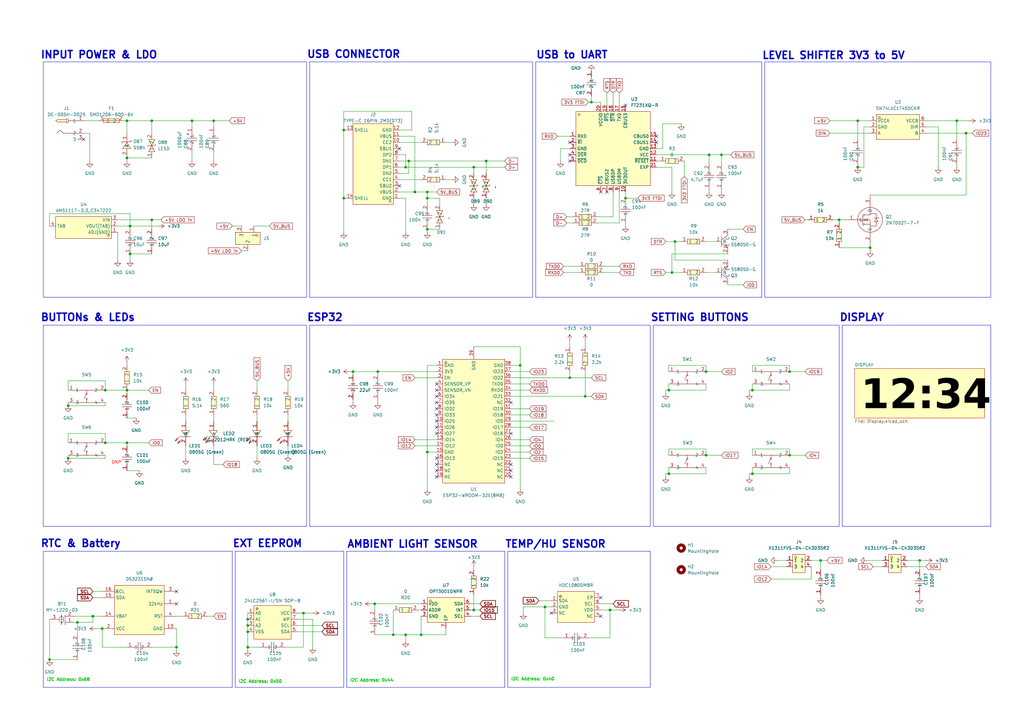
<source format=kicad_sch>
(kicad_sch (version 20230121) (generator eeschema)
  (paper "A3")
  (title_block (title "ESP32 clock") (date "2024-09-10") (rev "1") (company "SHElectronic") (comment 2 "By Sherwin Sattar") (comment 4 "ESP32 sch"))
  (lib_symbols
    (symbol "Mechanical:MountingHole" (pin_names (offset 1.016))
      (property "Reference" "H" (at 0 5.08 0))
      (property "Value" "MountingHole" (at 0 3.175 0))
    )
    (symbol "easyeda2kicad:0402WGF0000TCE"
      (property "Reference" "R" (at 0 5.08 0))
      (property "Value" "0402WGF0000TCE" (at 0 -5.08 0))
      (symbol "0402WGF0000TCE_0_1"
        (pin input line (at -5.08 0 0) (length 2.54) (name "1") (number "1"))
        (pin input line (at 5.08 0 180) (length 2.54) (name "2") (number "2"))
      )
    )
    (symbol "easyeda2kicad:0402WGF1001TCE"
      (property "Reference" "R" (at 0 5.08 0))
      (property "Value" "0402WGF1001TCE" (at 0 -5.08 0))
      (symbol "0402WGF1001TCE_0_1"
        (pin input line (at -5.08 0 0) (length 2.54) (name "1") (number "1"))
        (pin input line (at 5.08 0 180) (length 2.54) (name "2") (number "2"))
      )
    )
    (symbol "easyeda2kicad:0402WGF1002TCE"
      (property "Reference" "R" (at 0 5.08 0))
      (property "Value" "0402WGF1002TCE" (at 0 -5.08 0))
      (symbol "0402WGF1002TCE_0_1"
        (pin input line (at -5.08 0 0) (length 2.54) (name "1") (number "1"))
        (pin input line (at 5.08 0 180) (length 2.54) (name "2") (number "2"))
      )
    )
    (symbol "easyeda2kicad:0402WGF2201TCE"
      (property "Reference" "R" (at 0 5.08 0))
      (property "Value" "0402WGF2201TCE" (at 0 -5.08 0))
      (symbol "0402WGF2201TCE_0_1"
        (pin input line (at -5.08 0 0) (length 2.54) (name "1") (number "1"))
        (pin input line (at 5.08 0 180) (length 2.54) (name "2") (number "2"))
      )
    )
    (symbol "easyeda2kicad:0402WGF5101TCE"
      (property "Reference" "R" (at 0 5.08 0))
      (property "Value" "0402WGF5101TCE" (at 0 -5.08 0))
      (symbol "0402WGF5101TCE_0_1"
        (pin input line (at -5.08 0 0) (length 2.54) (name "1") (number "1"))
        (pin input line (at 5.08 0 180) (length 2.54) (name "2") (number "2"))
      )
    )
    (symbol "easyeda2kicad:0402WGF5600TCE"
      (property "Reference" "R" (at 0 5.08 0))
      (property "Value" "0402WGF5600TCE" (at 0 -5.08 0))
      (symbol "0402WGF5600TCE_0_1"
        (pin input line (at -5.08 0 0) (length 2.54) (name "1") (number "1"))
        (pin input line (at 5.08 0 180) (length 2.54) (name "2") (number "2"))
      )
    )
    (symbol "easyeda2kicad:0805G(Green)"
      (property "Reference" "LED" (at 0 5.08 0))
      (property "Value" "0805G (Green)" (at 0 -5.08 0))
      (symbol "0805G(Green)_0_1"
        (pin unspecified line (at 5.08 0 180) (length 3.81) (name "A") (number "1"))
        (pin unspecified line (at -5.08 0 0) (length 3.81) (name "K") (number "2"))
      )
    )
    (symbol "easyeda2kicad:24LC256T-I_SNSOP-8"
      (property "Reference" "U" (at 0 8.89 0))
      (property "Value" "24LC256T-I/SN SOP-8" (at 0 -8.89 0))
      (symbol "24LC256T-I_SNSOP-8_0_1"
        (pin unspecified line (at -10.16 3.81 0) (length 2.54) (name "A0") (number "1"))
        (pin unspecified line (at -10.16 1.27 0) (length 2.54) (name "A1") (number "2"))
        (pin unspecified line (at -10.16 -1.27 0) (length 2.54) (name "A2") (number "3"))
        (pin unspecified line (at -10.16 -3.81 0) (length 2.54) (name "VSS") (number "4"))
        (pin unspecified line (at 10.16 -3.81 180) (length 2.54) (name "SDA") (number "5"))
        (pin unspecified line (at 10.16 -1.27 180) (length 2.54) (name "SCL") (number "6"))
        (pin unspecified line (at 10.16 1.27 180) (length 2.54) (name "WP") (number "7"))
        (pin unspecified line (at 10.16 3.81 180) (length 2.54) (name "VCC") (number "8"))
      )
    )
    (symbol "easyeda2kicad:2N7002T-7-F"
      (property "Reference" "Q" (at 0 15.24 0))
      (property "Value" "2N7002T-7-F" (at 0 -15.24 0))
      (symbol "2N7002T-7-F_0_1"
        (pin unspecified line (at -10.16 0 0) (length 5.08) (name "G") (number "1"))
        (pin unspecified line (at 0 -10.16 90) (length 5.08) (name "S") (number "2"))
        (pin unspecified line (at 0 10.16 270) (length 5.08) (name "D") (number "3"))
      )
    )
    (symbol "easyeda2kicad:AMS1117-3.3_C347222"
      (property "Reference" "U" (at 0 7.62 0))
      (property "Value" "AMS1117-3.3_C347222" (at 0 -7.62 0))
      (symbol "AMS1117-3.3_C347222_0_1"
        (pin unspecified line (at -15.24 2.54 0) (length 2.54) (name "ADJ(GND)") (number "1"))
        (pin unspecified line (at -15.24 0 0) (length 2.54) (name "VOUT(TAB)") (number "2"))
        (pin unspecified line (at -15.24 -2.54 0) (length 2.54) (name "VIN") (number "3"))
        (pin unspecified line (at 12.7 0 180) (length 2.54) (name "TAB") (number "4"))
      )
    )
    (symbol "easyeda2kicad:CL05A106MP5NUNC_C315248"
      (property "Reference" "C" (at 0 5.08 0))
      (property "Value" "CL05A106MP5NUNC_C315248" (at 0 -5.08 0))
      (symbol "CL05A106MP5NUNC_C315248_0_1"
        (pin unspecified line (at -5.08 0 0) (length 2.54) (name "1") (number "1"))
        (pin unspecified line (at 5.08 0 180) (length 2.54) (name "2") (number "2"))
      )
    )
    (symbol "easyeda2kicad:CL05A475KP5NRNC"
      (property "Reference" "C" (at 0 10.16 0))
      (property "Value" "CL05A475KP5NRNC" (at 0 -10.16 0))
      (symbol "CL05A475KP5NRNC_0_1"
        (pin unspecified line (at 0 -5.08 90) (length 2.54) (name "1") (number "1"))
        (pin unspecified line (at 0 5.08 270) (length 2.54) (name "2") (number "2"))
      )
    )
    (symbol "easyeda2kicad:CL05B104KO5NNNC"
      (property "Reference" "C" (at 0 5.08 0))
      (property "Value" "CL05B104KO5NNNC" (at 0 -5.08 0))
      (symbol "CL05B104KO5NNNC_0_1"
        (pin unspecified line (at -5.08 0 0) (length 2.54) (name "1") (number "1"))
        (pin unspecified line (at 5.08 0 180) (length 2.54) (name "2") (number "2"))
      )
    )
    (symbol "easyeda2kicad:CL21A226MAYNNNE"
      (property "Reference" "C" (at 0 5.08 0))
      (property "Value" "CL21A226MAYNNNE" (at 0 -5.08 0))
      (symbol "CL21A226MAYNNNE_0_1"
        (pin unspecified line (at -5.08 0 0) (length 2.54) (name "1") (number "1"))
        (pin unspecified line (at 5.08 0 180) (length 2.54) (name "2") (number "2"))
      )
    )
    (symbol "easyeda2kicad:DC-005H-D025"
      (property "Reference" "U" (at 0 7.62 0))
      (property "Value" "DC-005H-D025" (at 0 -10.16 0))
      (symbol "DC-005H-D025_0_1"
        (pin unspecified line (at 5.08 2.54 180) (length 2.54) (name "1") (number "1"))
        (pin unspecified line (at 5.08 -2.54 180) (length 2.54) (name "2") (number "2"))
        (pin unspecified line (at 5.08 -5.08 180) (length 2.54) (name "3") (number "3"))
      )
    )
    (symbol "easyeda2kicad:DS3231SN#"
      (property "Reference" "U" (at 0 12.7 0))
      (property "Value" "DS3231SN#" (at 0 -12.7 0))
      (symbol "DS3231SN#_0_1"
        (pin unspecified line (at 15.24 2.54 180) (length 5.08) (name "32kHz") (number "1"))
        (pin power_in line (at 15.24 -7.62 180) (length 5.08) (name "GND") (number "13"))
        (pin power_in line (at -15.24 -2.54 0) (length 5.08) (name "VBAT") (number "14"))
        (pin bidirectional line (at -15.24 5.08 0) (length 5.08) (name "SDA") (number "15"))
        (pin unspecified clock (at -15.24 7.62 0) (length 5.08) (name "SCL") (number "16"))
        (pin power_in line (at -15.24 -7.62 0) (length 5.08) (name "VCC") (number "2"))
        (pin unspecified line (at 15.24 7.62 180) (length 5.08) (name "INTSQW") (number "3"))
        (pin bidirectional line (at 15.24 -2.54 180) (length 5.08) (name "RST") (number "4"))
      )
    )
    (symbol "easyeda2kicad:ESP32-WROOM-32E(8MB)"
      (property "Reference" "U" (at 0 38.1 0))
      (property "Value" "ESP32-WROOM-32E(8MB)" (at 0 -25.4 0))
      (symbol "ESP32-WROOM-32E(8MB)_0_1"
        (pin unspecified line (at -15.24 25.4 0) (length 2.54) (name "GND") (number "1"))
        (pin unspecified line (at -15.24 2.54 0) (length 2.54) (name "IO25") (number "10"))
        (pin unspecified line (at -15.24 0 0) (length 2.54) (name "IO26") (number "11"))
        (pin unspecified line (at -15.24 -2.54 0) (length 2.54) (name "IO27") (number "12"))
        (pin unspecified line (at -15.24 -5.08 0) (length 2.54) (name "IO14") (number "13"))
        (pin unspecified line (at -15.24 -7.62 0) (length 2.54) (name "IO12") (number "14"))
        (pin unspecified line (at -15.24 -10.16 0) (length 2.54) (name "GND") (number "15"))
        (pin unspecified line (at -15.24 -12.7 0) (length 2.54) (name "IO13") (number "16"))
        (pin unspecified line (at -15.24 -15.24 0) (length 2.54) (name "NC") (number "17"))
        (pin unspecified line (at -15.24 -17.78 0) (length 2.54) (name "NC") (number "18"))
        (pin unspecified line (at -15.24 -20.32 0) (length 2.54) (name "NC") (number "19"))
        (pin unspecified line (at -15.24 22.86 0) (length 2.54) (name "3V3") (number "2"))
        (pin unspecified line (at 15.24 -20.32 180) (length 2.54) (name "NC") (number "20"))
        (pin unspecified line (at 15.24 -17.78 180) (length 2.54) (name "NC") (number "21"))
        (pin unspecified line (at 15.24 -15.24 180) (length 2.54) (name "NC") (number "22"))
        (pin unspecified line (at 15.24 -12.7 180) (length 2.54) (name "IO15") (number "23"))
        (pin unspecified line (at 15.24 -10.16 180) (length 2.54) (name "IO2") (number "24"))
        (pin unspecified line (at 15.24 -7.62 180) (length 2.54) (name "IO0") (number "25"))
        (pin unspecified line (at 15.24 -5.08 180) (length 2.54) (name "IO4") (number "26"))
        (pin unspecified line (at 15.24 -2.54 180) (length 2.54) (name "IO16") (number "27"))
        (pin unspecified line (at 15.24 0 180) (length 2.54) (name "IO17") (number "28"))
        (pin unspecified line (at 15.24 2.54 180) (length 2.54) (name "IO5") (number "29"))
        (pin unspecified line (at -15.24 20.32 0) (length 2.54) (name "EN") (number "3"))
        (pin unspecified line (at 15.24 5.08 180) (length 2.54) (name "IO18") (number "30"))
        (pin unspecified line (at 15.24 7.62 180) (length 2.54) (name "IO19") (number "31"))
        (pin unspecified line (at 15.24 10.16 180) (length 2.54) (name "NC") (number "32"))
        (pin unspecified line (at 15.24 12.7 180) (length 2.54) (name "IO21") (number "33"))
        (pin unspecified line (at 15.24 15.24 180) (length 2.54) (name "RXD0") (number "34"))
        (pin unspecified line (at 15.24 17.78 180) (length 2.54) (name "TXD0") (number "35"))
        (pin unspecified line (at 15.24 20.32 180) (length 2.54) (name "IO22") (number "36"))
        (pin unspecified line (at 15.24 22.86 180) (length 2.54) (name "IO23") (number "37"))
        (pin unspecified line (at 15.24 25.4 180) (length 2.54) (name "GND") (number "38"))
        (pin unspecified line (at 0 33.02 270) (length 5.08) (name "GND") (number "39"))
        (pin unspecified line (at -15.24 17.78 0) (length 2.54) (name "SENSOR_VP") (number "4"))
        (pin unspecified line (at -15.24 15.24 0) (length 2.54) (name "SENSOR_VN") (number "5"))
        (pin unspecified line (at -15.24 12.7 0) (length 2.54) (name "IO34") (number "6"))
        (pin unspecified line (at -15.24 10.16 0) (length 2.54) (name "IO35") (number "7"))
        (pin unspecified line (at -15.24 7.62 0) (length 2.54) (name "IO32") (number "8"))
        (pin unspecified line (at -15.24 5.08 0) (length 2.54) (name "IO33") (number "9"))
      )
    )
    (symbol "easyeda2kicad:FC-2012HRK-620D"
      (property "Reference" "LED" (at 0 5.08 0))
      (property "Value" "FC-2012HRK-620D" (at 0 -5.08 0))
      (symbol "FC-2012HRK-620D_0_1"
        (pin unspecified line (at 5.08 0 180) (length 3.81) (name "+") (number "1"))
        (pin unspecified line (at -5.08 0 0) (length 3.81) (name "-") (number "2"))
      )
    )
    (symbol "easyeda2kicad:FT231XQ-R"
      (property "Reference" "U" (at 0 22.86 0))
      (property "Value" "FT231XQ-R" (at 0 -22.86 0))
      (symbol "FT231XQ-R_0_1"
        (pin unspecified line (at -17.78 5.08 0) (length 2.54) (name "RXD") (number "1"))
        (pin unspecified line (at 5.08 -17.78 90) (length 2.54) (name "3V3OUT") (number "10"))
        (pin unspecified line (at 17.78 -5.08 180) (length 2.54) (name "~{RESET}") (number "11"))
        (pin unspecified line (at 17.78 -2.54 180) (length 2.54) (name "VCC") (number "12"))
        (pin unspecified line (at 17.78 0 180) (length 2.54) (name "GND") (number "13"))
        (pin unspecified line (at 17.78 2.54 180) (length 2.54) (name "CBUS1") (number "14"))
        (pin unspecified line (at 17.78 5.08 180) (length 2.54) (name "CBUS0") (number "15"))
        (pin unspecified line (at 5.08 17.78 270) (length 2.54) (name "CBUS3") (number "16"))
        (pin unspecified line (at 2.54 17.78 270) (length 2.54) (name "TXD") (number "17"))
        (pin unspecified line (at 0 17.78 270) (length 2.54) (name "~{DTR}") (number "18"))
        (pin unspecified line (at -2.54 17.78 270) (length 2.54) (name "~{RTS}") (number "19"))
        (pin unspecified line (at -17.78 2.54 0) (length 2.54) (name "~{RI}") (number "2"))
        (pin unspecified line (at -5.08 17.78 270) (length 2.54) (name "VCCIO") (number "20"))
        (pin unspecified line (at 17.78 -7.62 180) (length 2.54) (name "EXP") (number "21"))
        (pin unspecified line (at -17.78 0 0) (length 2.54) (name "GND") (number "3"))
        (pin unspecified line (at -17.78 -2.54 0) (length 2.54) (name "~{DSR}") (number "4"))
        (pin unspecified line (at -17.78 -5.08 0) (length 2.54) (name "~{DCD}") (number "5"))
        (pin unspecified line (at -5.08 -17.78 90) (length 2.54) (name "~{CTS}") (number "6"))
        (pin unspecified line (at -2.54 -17.78 90) (length 2.54) (name "CBUS2") (number "7"))
        (pin unspecified line (at 0 -17.78 90) (length 2.54) (name "USBDP") (number "8"))
        (pin unspecified line (at 2.54 -17.78 90) (length 2.54) (name "USBDM") (number "9"))
      )
    )
    (symbol "easyeda2kicad:HDC1080DMBR"
      (property "Reference" "S" (at 0 8.89 0))
      (property "Value" "HDC1080DMBR" (at 0 -8.89 0))
      (symbol "HDC1080DMBR_0_1"
        (pin unspecified line (at -10.16 2.54 0) (length 2.54) (name "SDA") (number "1"))
        (pin unspecified line (at -10.16 0 0) (length 2.54) (name "GND") (number "2"))
        (pin unspecified line (at -10.16 -2.54 0) (length 2.54) (name "NC") (number "3"))
        (pin unspecified line (at 10.16 -3.81 180) (length 2.54) (name "NC") (number "4"))
        (pin unspecified line (at 10.16 -1.27 180) (length 2.54) (name "VDD") (number "5"))
        (pin unspecified line (at 10.16 1.27 180) (length 2.54) (name "SCL") (number "6"))
        (pin unspecified line (at 10.16 3.81 180) (length 2.54) (name "EP") (number "7"))
      )
    )
    (symbol "easyeda2kicad:LESD5D5.0CT1G"
      (property "Reference" "D" (at 0 5.08 0))
      (property "Value" "LESD5D5.0CT1G" (at 0 -5.08 0))
      (symbol "LESD5D5.0CT1G_0_1"
        (pin unspecified line (at -5.08 0 0) (length 2.54) (name "1") (number "1"))
        (pin unspecified line (at 5.08 0 180) (length 2.54) (name "2") (number "2"))
      )
    )
    (symbol "easyeda2kicad:MY-1220-03"
      (property "Reference" "BT" (at 0 6.35 0))
      (property "Value" "MY-1220-03" (at 0 -6.35 0))
      (symbol "MY-1220-03_0_1"
        (pin input line (at -5.08 1.27 0) (length 3.81) (name "+") (number "1"))
        (pin input line (at -5.08 -1.27 0) (length 3.81) (name "+") (number "2"))
        (pin input line (at 5.08 0 180) (length 3.81) (name "-") (number "3"))
      )
    )
    (symbol "easyeda2kicad:OPT3001DNPR"
      (property "Reference" "U" (at 0 7.62 0))
      (property "Value" "OPT3001DNPR" (at 0 -12.7 0))
      (symbol "OPT3001DNPR_0_1"
        (pin unspecified line (at -10.16 2.54 0) (length 2.54) (name "VDD") (number "1"))
        (pin unspecified line (at -10.16 0 0) (length 2.54) (name "ADDR") (number "2"))
        (pin unspecified line (at -10.16 -2.54 0) (length 2.54) (name "GND") (number "3"))
        (pin unspecified line (at 10.16 -2.54 180) (length 2.54) (name "SCL") (number "4"))
        (pin unspecified line (at 10.16 0 180) (length 2.54) (name "INT") (number "5"))
        (pin unspecified line (at 10.16 2.54 180) (length 2.54) (name "SDA") (number "6"))
        (pin unspecified line (at 0 -7.62 90) (length 2.54) (name "EP") (number "7"))
      )
    )
    (symbol "easyeda2kicad:PTS645SH50SMTR92LFS"
      (property "Reference" "SW" (at 0 7.62 0))
      (property "Value" "PTS645SH50SMTR92LFS" (at 0 -7.62 0))
      (symbol "PTS645SH50SMTR92LFS_0_1"
        (pin unspecified line (at -7.62 2.54 0) (length 2.54) (name "1") (number "1"))
        (pin unspecified line (at 7.62 2.54 180) (length 2.54) (name "2") (number "2"))
        (pin unspecified line (at -7.62 -2.54 0) (length 2.54) (name "3") (number "3"))
        (pin unspecified line (at 7.62 -2.54 180) (length 2.54) (name "4") (number "4"))
      )
    )
    (symbol "easyeda2kicad:RC0402FR-0727RL"
      (property "Reference" "R" (at 0 5.08 0))
      (property "Value" "RC0402FR-0727RL" (at 0 -5.08 0))
      (symbol "RC0402FR-0727RL_0_1"
        (pin input line (at -5.08 0 0) (length 2.54) (name "1") (number "1"))
        (pin input line (at 5.08 0 180) (length 2.54) (name "2") (number "2"))
      )
    )
    (symbol "easyeda2kicad:SMD1206-600-6V"
      (property "Reference" "F" (at 0 5.08 0))
      (property "Value" "SMD1206-600-6V" (at 0 -5.08 0))
      (symbol "SMD1206-600-6V_0_1"
        (pin unspecified line (at -5.08 0 0) (length 2.54) (name "1") (number "1"))
        (pin unspecified line (at 5.08 0 180) (length 2.54) (name "2") (number "2"))
      )
    )
    (symbol "easyeda2kicad:SN74LVC1T45DCKR"
      (property "Reference" "U" (at 0 7.62 0))
      (property "Value" "SN74LVC1T45DCKR" (at 0 -7.62 0))
      (symbol "SN74LVC1T45DCKR_0_1"
        (pin unspecified line (at -11.43 2.54 0) (length 2.54) (name "VCCA") (number "1"))
        (pin unspecified line (at -11.43 0 0) (length 2.54) (name "GND") (number "2"))
        (pin unspecified line (at -11.43 -2.54 0) (length 2.54) (name "A") (number "3"))
        (pin unspecified line (at 11.43 -2.54 180) (length 2.54) (name "B") (number "4"))
        (pin unspecified line (at 11.43 0 180) (length 2.54) (name "DIR") (number "5"))
        (pin unspecified line (at 11.43 2.54 180) (length 2.54) (name "VCCB") (number "6"))
      )
    )
    (symbol "easyeda2kicad:SS8050-G"
      (property "Reference" "Q" (at 0 10.16 0))
      (property "Value" "SS8050-G" (at 0 -10.16 0))
      (symbol "SS8050-G_0_1"
        (pin input line (at -2.54 0 0) (length 2.54) (name "B") (number "1"))
        (pin input line (at 2.54 -5.08 90) (length 2.54) (name "E") (number "2"))
        (pin input line (at 2.54 5.08 270) (length 2.54) (name "C") (number "3"))
      )
    )
    (symbol "easyeda2kicad:SS84"
      (property "Reference" "U" (at 0 5.08 0))
      (property "Value" "SS84" (at 0 -5.08 0))
      (symbol "SS84_0_1"
        (pin unspecified line (at -5.08 0 0) (length 3.81) (name "K") (number "1"))
        (pin unspecified line (at 5.08 0 180) (length 3.81) (name "A") (number "2"))
      )
    )
    (symbol "easyeda2kicad:TYPE-C16PIN2MD(073)"
      (property "Reference" "USB" (at 0 19.05 0))
      (property "Value" "TYPE-C 16PIN 2MD(073)" (at 0 -19.05 0))
      (symbol "TYPE-C16PIN2MD(073)_0_1"
        (pin unspecified line (at -11.43 13.97 0) (length 2.54) (name "GND") (number "1"))
        (pin unspecified line (at -11.43 -8.89 0) (length 2.54) (name "CC2") (number "10"))
        (pin unspecified line (at -11.43 -11.43 0) (length 2.54) (name "VBUS") (number "11"))
        (pin unspecified line (at -11.43 -13.97 0) (length 2.54) (name "GND") (number "12"))
        (pin unspecified line (at 10.16 -13.97 180) (length 2.54) (name "SHELL") (number "13"))
        (pin unspecified line (at 10.16 13.97 180) (length 2.54) (name "SHELL") (number "14"))
        (pin unspecified line (at -11.43 11.43 0) (length 2.54) (name "VBUS") (number "2"))
        (pin unspecified line (at -11.43 8.89 0) (length 2.54) (name "SBU2") (number "3"))
        (pin unspecified line (at -11.43 6.35 0) (length 2.54) (name "CC1") (number "4"))
        (pin unspecified line (at -11.43 3.81 0) (length 2.54) (name "DN2") (number "5"))
        (pin unspecified line (at -11.43 1.27 0) (length 2.54) (name "DP1") (number "6"))
        (pin unspecified line (at -11.43 -1.27 0) (length 2.54) (name "DN1") (number "7"))
        (pin unspecified line (at -11.43 -3.81 0) (length 2.54) (name "DP2") (number "8"))
        (pin unspecified line (at -11.43 -6.35 0) (length 2.54) (name "SBU1") (number "9"))
      )
    )
    (symbol "easyeda2kicad:X1311FVS-04-C43D35R2"
      (property "Reference" "U" (at 0 6.35 0))
      (property "Value" "X1311FVS-04-C43D35R2" (at 0 -6.35 0))
      (symbol "X1311FVS-04-C43D35R2_0_1"
        (pin unspecified line (at -5.08 1.27 0) (length 2.54) (name "1") (number "1"))
        (pin unspecified line (at 5.08 1.27 180) (length 2.54) (name "2") (number "2"))
        (pin unspecified line (at -5.08 -1.27 0) (length 2.54) (name "3") (number "3"))
        (pin unspecified line (at 5.08 -1.27 180) (length 2.54) (name "4") (number "4"))
      )
    )
    (symbol "easyeda2kicad:X1311WVS-03J-C40D42R2"
      (property "Reference" "H" (at 0 7.62 0))
      (property "Value" "X1311WVS-03J-C40D42R2" (at 0 -7.62 0))
      (symbol "X1311WVS-03J-C40D42R2_0_1"
        (pin unspecified line (at -5.08 2.54 0) (length 2.54) (name "1") (number "1"))
        (pin unspecified line (at 5.08 0 180) (length 2.54) (name "2") (number "2"))
        (pin unspecified line (at -5.08 -2.54 0) (length 2.54) (name "3") (number "3"))
      )
    )
    (symbol "power:+3V3" (power) (pin_names (offset 0))
      (property "Value" "+3V3" (at 0 3.556 0))
      (symbol "+3V3_1_1"
        (pin power_in line (at 0 0 90) (length 0) hide (name "+3V3") (number "1"))
      )
    )
    (symbol "power:GND" (power) (pin_names (offset 0))
      (property "Value" "GND" (at 0 -3.81 0))
      (symbol "GND_1_1"
        (pin power_in line (at 0 0 270) (length 0) hide (name "GND") (number "1"))
      )
    )
  )
  (junction (at 124.46 251.46))
  (junction (at 52.07 49.53))
  (junction (at 154.94 152.4))
  (junction (at 41.91 257.81))
  (junction (at 290.83 63.5))
  (junction (at 87.63 49.53))
  (junction (at 323.85 186.69))
  (junction (at 27.94 166.37))
  (junction (at 153.67 247.65))
  (junction (at 175.26 93.98))
  (junction (at 144.78 152.4))
  (junction (at 101.6 259.08))
  (junction (at 295.91 63.5))
  (junction (at 101.6 265.43))
  (junction (at 240.03 162.56))
  (junction (at 140.97 81.28))
  (junction (at 275.59 111.76))
  (junction (at 351.79 68.58))
  (junction (at 52.07 160.02))
  (junction (at 289.56 186.69))
  (junction (at 27.94 187.96))
  (junction (at 392.43 49.53))
  (junction (at 175.26 81.28))
  (junction (at 101.6 256.54))
  (junction (at 52.07 64.77))
  (junction (at 377.19 229.87))
  (junction (at 166.37 260.35))
  (junction (at 101.6 254))
  (junction (at 172.72 260.35))
  (junction (at 351.79 49.53))
  (junction (at 256.54 81.28))
  (junction (at 167.64 66.04))
  (junction (at 31.75 255.27))
  (junction (at 62.23 49.53))
  (junction (at 356.87 101.6))
  (junction (at 38.1 252.73))
  (junction (at 20.32 270.51))
  (junction (at 43.18 160.02))
  (junction (at 323.85 152.4))
  (junction (at 52.07 181.61))
  (junction (at 250.19 250.19))
  (junction (at 53.34 104.14))
  (junction (at 53.34 92.71))
  (junction (at 43.18 181.61))
  (junction (at 175.26 78.74))
  (junction (at 161.29 260.35))
  (junction (at 344.17 90.17))
  (junction (at 276.86 99.06))
  (junction (at 194.31 250.19))
  (junction (at 274.32 194.31))
  (junction (at 308.61 160.02))
  (junction (at 308.61 194.31))
  (junction (at 78.74 49.53))
  (junction (at 396.24 54.61))
  (junction (at 194.31 68.58))
  (junction (at 170.18 78.74))
  (junction (at 274.32 160.02))
  (junction (at 223.52 248.92))
  (junction (at 199.39 66.04))
  (junction (at 62.23 90.17))
  (junction (at 140.97 53.34))
  (junction (at 213.36 149.86))
  (junction (at 72.39 265.43))
  (junction (at 242.57 41.91))
  (junction (at 175.26 185.42))
  (junction (at 289.56 152.4))
  (junction (at 166.37 68.58))
  (junction (at 233.68 154.94))
  (junction (at 336.55 229.87))
  (no_connect (at 226.06 251.46))
  (no_connect (at 209.55 195.58))
  (no_connect (at 179.07 157.48))
  (no_connect (at 179.07 167.64))
  (no_connect (at 72.39 242.57))
  (no_connect (at 179.07 177.8))
  (no_connect (at 179.07 170.18))
  (no_connect (at 163.83 76.2))
  (no_connect (at 179.07 195.58))
  (no_connect (at 179.07 172.72))
  (no_connect (at 248.92 78.74))
  (no_connect (at 233.68 63.5))
  (no_connect (at 209.55 165.1))
  (no_connect (at 72.39 247.65))
  (no_connect (at 163.83 60.96))
  (no_connect (at 209.55 190.5))
  (no_connect (at 256.54 43.18))
  (no_connect (at 179.07 193.04))
  (no_connect (at 246.38 245.11))
  (no_connect (at 179.07 190.5))
  (no_connect (at 179.07 175.26))
  (no_connect (at 179.07 160.02))
  (no_connect (at 209.55 177.8))
  (no_connect (at 246.38 78.74))
  (no_connect (at 179.07 162.56))
  (no_connect (at 179.07 165.1))
  (no_connect (at 209.55 193.04))
  (no_connect (at 269.24 55.88))
  (no_connect (at 34.29 57.15))
  (no_connect (at 233.68 58.42))
  (no_connect (at 179.07 187.96))
  (no_connect (at 269.24 58.42))
  (no_connect (at 233.68 66.04))
  (no_connect (at 246.38 252.73))
  (wire (pts (xy 52.07 49.53) (xy 52.07 54.61)))
  (wire (pts (xy 91.44 190.5) (xy 87.63 190.5)))
  (wire (pts (xy 377.19 229.87) (xy 379.73 229.87)))
  (wire (pts (xy 336.55 229.87) (xy 339.09 229.87)))
  (wire (pts (xy 194.31 142.24) (xy 213.36 142.24)))
  (wire (pts (xy 163.83 53.34) (xy 168.91 53.34)))
  (wire (pts (xy 31.75 255.27) (xy 31.75 260.35)))
  (wire (pts (xy 241.3 41.91) (xy 242.57 41.91)))
  (wire (pts (xy 30.48 255.27) (xy 31.75 255.27)))
  (wire (pts (xy 52.07 49.53) (xy 62.23 49.53)))
  (wire (pts (xy 289.56 149.86) (xy 274.32 149.86)))
  (wire (pts (xy 101.6 265.43) (xy 101.6 266.7)))
  (wire (pts (xy 379.73 54.61) (xy 396.24 54.61)))
  (wire (pts (xy 341.63 90.17) (xy 344.17 90.17)))
  (wire (pts (xy 344.17 90.17) (xy 344.17 91.44)))
  (wire (pts (xy 247.65 109.22) (xy 254 109.22)))
  (wire (pts (xy 175.26 78.74) (xy 175.26 81.28)))
  (wire (pts (xy 323.85 149.86) (xy 323.85 152.4)))
  (wire (pts (xy 87.63 170.18) (xy 87.63 172.72)))
  (wire (pts (xy 142.24 53.34) (xy 140.97 53.34)))
  (wire (pts (xy 213.36 142.24) (xy 213.36 149.86)))
  (wire (pts (xy 175.26 185.42) (xy 179.07 185.42)))
  (wire (pts (xy 166.37 260.35) (xy 172.72 260.35)))
  (wire (pts (xy 290.83 63.5) (xy 290.83 67.31)))
  (wire (pts (xy 330.2 90.17) (xy 331.47 90.17)))
  (wire (pts (xy 161.29 260.35) (xy 166.37 260.35)))
  (wire (pts (xy 72.39 265.43) (xy 72.39 266.7)))
  (wire (pts (xy 27.94 181.61) (xy 27.94 177.8)))
  (wire (pts (xy 170.18 154.94) (xy 179.07 154.94)))
  (wire (pts (xy 163.83 78.74) (xy 170.18 78.74)))
  (wire (pts (xy 254 78.74) (xy 254 91.44)))
  (wire (pts (xy 308.61 194.31) (xy 323.85 194.31)))
  (wire (pts (xy 355.6 229.87) (xy 361.95 229.87)))
  (wire (pts (xy 248.92 38.1) (xy 248.92 43.18)))
  (wire (pts (xy 27.94 186.69) (xy 27.94 187.96)))
  (wire (pts (xy 354.33 52.07) (xy 354.33 68.58)))
  (wire (pts (xy 43.18 177.8) (xy 43.18 181.61)))
  (wire (pts (xy 53.34 104.14) (xy 62.23 104.14)))
  (wire (pts (xy 256.54 91.44) (xy 256.54 92.71)))
  (wire (pts (xy 199.39 81.28) (xy 199.39 83.82)))
  (wire (pts (xy 52.07 160.02) (xy 52.07 161.29)))
  (wire (pts (xy 27.94 156.21) (xy 43.18 156.21)))
  (wire (pts (xy 161.29 250.19) (xy 161.29 260.35)))
  (wire (pts (xy 295.91 63.5) (xy 295.91 67.31)))
  (wire (pts (xy 356.87 80.01) (xy 396.24 80.01)))
  (wire (pts (xy 336.55 229.87) (xy 336.55 233.68)))
  (wire (pts (xy 209.55 172.72) (xy 227.33 172.72)))
  (wire (pts (xy 275.59 68.58) (xy 269.24 68.58)))
  (wire (pts (xy 194.31 232.41) (xy 194.31 233.68)))
  (wire (pts (xy 170.18 55.88) (xy 170.18 78.74)))
  (wire (pts (xy 105.41 182.88) (xy 105.41 187.96)))
  (wire (pts (xy 163.83 63.5) (xy 166.37 63.5)))
  (wire (pts (xy 36.83 54.61) (xy 36.83 66.04)))
  (wire (pts (xy 38.1 252.73) (xy 41.91 252.73)))
  (wire (pts (xy 193.04 247.65) (xy 196.85 247.65)))
  (wire (pts (xy 153.67 247.65) (xy 172.72 247.65)))
  (wire (pts (xy 41.91 265.43) (xy 52.07 265.43)))
  (wire (pts (xy 209.55 160.02) (xy 217.17 160.02)))
  (wire (pts (xy 251.46 78.74) (xy 251.46 88.9)))
  (wire (pts (xy 276.86 99.06) (xy 279.4 99.06)))
  (wire (pts (xy 273.05 161.29) (xy 273.05 160.02)))
  (wire (pts (xy 175.26 78.74) (xy 179.07 78.74)))
  (wire (pts (xy 78.74 62.23) (xy 78.74 66.04)))
  (wire (pts (xy 153.67 247.65) (xy 153.67 250.19)))
  (wire (pts (xy 246.38 247.65) (xy 251.46 247.65)))
  (wire (pts (xy 332.74 232.41) (xy 332.74 237.49)))
  (wire (pts (xy 250.19 250.19) (xy 254 250.19)))
  (wire (pts (xy 271.78 60.96) (xy 269.24 60.96)))
  (wire (pts (xy 274.32 186.69) (xy 274.32 184.15)))
  (wire (pts (xy 233.68 152.4) (xy 233.68 154.94)))
  (wire (pts (xy 231.14 111.76) (xy 237.49 111.76)))
  (wire (pts (xy 240.03 152.4) (xy 240.03 162.56)))
  (wire (pts (xy 52.07 181.61) (xy 52.07 182.88)))
  (wire (pts (xy 377.19 243.84) (xy 377.19 245.11)))
  (wire (pts (xy 87.63 62.23) (xy 87.63 66.04)))
  (wire (pts (xy 273.05 194.31) (xy 274.32 194.31)))
  (wire (pts (xy 274.32 194.31) (xy 274.32 191.77)))
  (wire (pts (xy 163.83 55.88) (xy 170.18 55.88)))
  (wire (pts (xy 104.14 92.71) (xy 110.49 92.71)))
  (wire (pts (xy 20.32 87.63) (xy 53.34 87.63)))
  (wire (pts (xy 295.91 77.47) (xy 295.91 78.74)))
  (wire (pts (xy 87.63 157.48) (xy 87.63 160.02)))
  (wire (pts (xy 121.92 256.54) (xy 132.08 256.54)))
  (wire (pts (xy 307.34 194.31) (xy 308.61 194.31)))
  (wire (pts (xy 34.29 49.53) (xy 40.64 49.53)))
  (wire (pts (xy 20.32 254) (xy 20.32 270.51)))
  (wire (pts (xy 213.36 149.86) (xy 213.36 200.66)))
  (wire (pts (xy 175.26 93.98) (xy 175.26 95.25)))
  (wire (pts (xy 170.18 180.34) (xy 179.07 180.34)))
  (wire (pts (xy 274.32 160.02) (xy 289.56 160.02)))
  (wire (pts (xy 78.74 49.53) (xy 78.74 52.07)))
  (wire (pts (xy 316.23 232.41) (xy 322.58 232.41)))
  (wire (pts (xy 43.18 165.1) (xy 43.18 166.37)))
  (wire (pts (xy 229.87 60.96) (xy 233.68 60.96)))
  (wire (pts (xy 379.73 49.53) (xy 392.43 49.53)))
  (wire (pts (xy 209.55 182.88) (xy 217.17 182.88)))
  (wire (pts (xy 332.74 229.87) (xy 336.55 229.87)))
  (wire (pts (xy 356.87 52.07) (xy 354.33 52.07)))
  (wire (pts (xy 344.17 90.17) (xy 346.71 90.17)))
  (wire (pts (xy 289.56 152.4) (xy 289.56 149.86)))
  (wire (pts (xy 396.24 54.61) (xy 398.78 54.61)))
  (wire (pts (xy 163.83 58.42) (xy 172.72 58.42)))
  (wire (pts (xy 340.36 54.61) (xy 356.87 54.61)))
  (wire (pts (xy 240.03 139.7) (xy 240.03 142.24)))
  (wire (pts (xy 76.2 157.48) (xy 76.2 160.02)))
  (wire (pts (xy 87.63 49.53) (xy 87.63 52.07)))
  (wire (pts (xy 290.83 77.47) (xy 290.83 78.74)))
  (wire (pts (xy 275.59 78.74) (xy 275.59 68.58)))
  (wire (pts (xy 171.45 250.19) (xy 172.72 250.19)))
  (wire (pts (xy 290.83 63.5) (xy 295.91 63.5)))
  (wire (pts (xy 182.88 260.35) (xy 172.72 260.35)))
  (wire (pts (xy 52.07 181.61) (xy 60.96 181.61)))
  (wire (pts (xy 140.97 81.28) (xy 140.97 95.25)))
  (wire (pts (xy 194.31 250.19) (xy 196.85 250.19)))
  (wire (pts (xy 39.37 257.81) (xy 41.91 257.81)))
  (wire (pts (xy 166.37 81.28) (xy 163.83 81.28)))
  (wire (pts (xy 240.03 162.56) (xy 242.57 162.56)))
  (wire (pts (xy 52.07 64.77) (xy 62.23 64.77)))
  (wire (pts (xy 340.36 49.53) (xy 351.79 49.53)))
  (wire (pts (xy 53.34 92.71) (xy 64.77 92.71)))
  (wire (pts (xy 101.6 256.54) (xy 101.6 259.08)))
  (wire (pts (xy 279.4 50.8) (xy 271.78 50.8)))
  (wire (pts (xy 231.14 109.22) (xy 237.49 109.22)))
  (wire (pts (xy 351.79 67.31) (xy 351.79 68.58)))
  (wire (pts (xy 48.26 90.17) (xy 62.23 90.17)))
  (wire (pts (xy 209.55 154.94) (xy 233.68 154.94)))
  (wire (pts (xy 384.81 52.07) (xy 379.73 52.07)))
  (wire (pts (xy 232.41 88.9) (xy 234.95 88.9)))
  (wire (pts (xy 307.34 161.29) (xy 307.34 160.02)))
  (wire (pts (xy 175.26 149.86) (xy 175.26 185.42)))
  (wire (pts (xy 166.37 95.25) (xy 166.37 81.28)))
  (wire (pts (xy 105.41 170.18) (xy 105.41 172.72)))
  (wire (pts (xy 182.88 257.81) (xy 182.88 260.35)))
  (wire (pts (xy 175.26 93.98) (xy 180.34 93.98)))
  (wire (pts (xy 274.32 149.86) (xy 274.32 152.4)))
  (wire (pts (xy 377.19 229.87) (xy 377.19 233.68)))
  (wire (pts (xy 308.61 160.02) (xy 308.61 157.48)))
  (wire (pts (xy 168.91 45.72) (xy 140.97 45.72)))
  (wire (pts (xy 43.18 156.21) (xy 43.18 160.02)))
  (wire (pts (xy 289.56 191.77) (xy 289.56 194.31)))
  (wire (pts (xy 52.07 193.04) (xy 57.15 193.04)))
  (wire (pts (xy 194.31 68.58) (xy 207.01 68.58)))
  (wire (pts (xy 323.85 157.48) (xy 323.85 160.02)))
  (wire (pts (xy 43.18 166.37) (xy 27.94 166.37)))
  (wire (pts (xy 392.43 49.53) (xy 392.43 57.15)))
  (wire (pts (xy 179.07 152.4) (xy 154.94 152.4)))
  (wire (pts (xy 121.92 259.08) (xy 132.08 259.08)))
  (wire (pts (xy 121.92 254) (xy 128.27 254)))
  (wire (pts (xy 330.2 186.69) (xy 323.85 186.69)))
  (wire (pts (xy 85.09 252.73) (xy 87.63 252.73)))
  (wire (pts (xy 62.23 49.53) (xy 62.23 54.61)))
  (wire (pts (xy 144.78 163.83) (xy 144.78 165.1)))
  (wire (pts (xy 53.34 92.71) (xy 53.34 93.98)))
  (wire (pts (xy 323.85 160.02) (xy 308.61 160.02)))
  (wire (pts (xy 43.18 186.69) (xy 43.18 187.96)))
  (wire (pts (xy 229.87 60.96) (xy 229.87 66.04)))
  (wire (pts (xy 209.55 149.86) (xy 213.36 149.86)))
  (wire (pts (xy 38.1 242.57) (xy 41.91 242.57)))
  (wire (pts (xy 118.11 156.21) (xy 118.11 160.02)))
  (wire (pts (xy 372.11 229.87) (xy 377.19 229.87)))
  (wire (pts (xy 48.26 95.25) (xy 48.26 106.68)))
  (wire (pts (xy 31.75 255.27) (xy 38.1 255.27)))
  (wire (pts (xy 223.52 248.92) (xy 214.63 248.92)))
  (wire (pts (xy 62.23 49.53) (xy 78.74 49.53)))
  (wire (pts (xy 163.83 66.04) (xy 167.64 66.04)))
  (wire (pts (xy 254 38.1) (xy 254 43.18)))
  (wire (pts (xy 179.07 149.86) (xy 175.26 149.86)))
  (wire (pts (xy 152.4 247.65) (xy 153.67 247.65)))
  (wire (pts (xy 144.78 152.4) (xy 144.78 153.67)))
  (wire (pts (xy 209.55 152.4) (xy 217.17 152.4)))
  (wire (pts (xy 396.24 80.01) (xy 396.24 54.61)))
  (wire (pts (xy 166.37 260.35) (xy 166.37 262.89)))
  (wire (pts (xy 167.64 66.04) (xy 199.39 66.04)))
  (wire (pts (xy 62.23 90.17) (xy 66.04 90.17)))
  (wire (pts (xy 43.18 160.02) (xy 52.07 160.02)))
  (wire (pts (xy 223.52 261.62) (xy 223.52 248.92)))
  (wire (pts (xy 274.32 157.48) (xy 274.32 160.02)))
  (wire (pts (xy 154.94 152.4) (xy 144.78 152.4)))
  (wire (pts (xy 41.91 257.81) (xy 41.91 265.43)))
  (wire (pts (xy 354.33 68.58) (xy 351.79 68.58)))
  (wire (pts (xy 231.14 261.62) (xy 223.52 261.62)))
  (wire (pts (xy 76.2 170.18) (xy 76.2 172.72)))
  (wire (pts (xy 228.6 55.88) (xy 233.68 55.88)))
  (wire (pts (xy 166.37 63.5) (xy 166.37 68.58)))
  (wire (pts (xy 175.26 81.28) (xy 180.34 81.28)))
  (wire (pts (xy 180.34 81.28) (xy 180.34 83.82)))
  (wire (pts (xy 199.39 71.12) (xy 199.39 66.04)))
  (wire (pts (xy 101.6 259.08) (xy 101.6 265.43)))
  (wire (pts (xy 48.26 92.71) (xy 53.34 92.71)))
  (wire (pts (xy 194.31 243.84) (xy 194.31 250.19)))
  (wire (pts (xy 246.38 250.19) (xy 250.19 250.19)))
  (wire (pts (xy 170.18 182.88) (xy 179.07 182.88)))
  (wire (pts (xy 142.24 81.28) (xy 140.97 81.28)))
  (wire (pts (xy 336.55 243.84) (xy 336.55 245.11)))
  (wire (pts (xy 276.86 106.68) (xy 276.86 99.06)))
  (wire (pts (xy 38.1 255.27) (xy 38.1 252.73)))
  (wire (pts (xy 289.56 160.02) (xy 289.56 157.48)))
  (wire (pts (xy 232.41 91.44) (xy 234.95 91.44)))
  (wire (pts (xy 209.55 175.26) (xy 217.17 175.26)))
  (wire (pts (xy 308.61 184.15) (xy 308.61 186.69)))
  (wire (pts (xy 52.07 148.59) (xy 52.07 149.86)))
  (wire (pts (xy 245.11 91.44) (xy 254 91.44)))
  (wire (pts (xy 356.87 100.33) (xy 356.87 101.6)))
  (wire (pts (xy 194.31 71.12) (xy 194.31 68.58)))
  (wire (pts (xy 269.24 63.5) (xy 290.83 63.5)))
  (wire (pts (xy 289.56 99.06) (xy 293.37 99.06)))
  (wire (pts (xy 72.39 252.73) (xy 74.93 252.73)))
  (wire (pts (xy 295.91 63.5) (xy 299.72 63.5)))
  (wire (pts (xy 27.94 160.02) (xy 27.94 156.21)))
  (wire (pts (xy 118.11 170.18) (xy 118.11 172.72)))
  (wire (pts (xy 161.29 260.35) (xy 153.67 260.35)))
  (wire (pts (xy 124.46 251.46) (xy 128.27 251.46)))
  (wire (pts (xy 323.85 184.15) (xy 308.61 184.15)))
  (wire (pts (xy 308.61 149.86) (xy 323.85 149.86)))
  (wire (pts (xy 209.55 185.42) (xy 217.17 185.42)))
  (wire (pts (xy 209.55 170.18) (xy 217.17 170.18)))
  (wire (pts (xy 143.51 152.4) (xy 144.78 152.4)))
  (wire (pts (xy 72.39 257.81) (xy 72.39 265.43)))
  (wire (pts (xy 128.27 254) (xy 128.27 265.43)))
  (wire (pts (xy 50.8 49.53) (xy 52.07 49.53)))
  (wire (pts (xy 140.97 53.34) (xy 140.97 81.28)))
  (wire (pts (xy 118.11 182.88) (xy 118.11 186.69)))
  (wire (pts (xy 256.54 78.74) (xy 256.54 81.28)))
  (wire (pts (xy 392.43 67.31) (xy 392.43 68.58)))
  (wire (pts (xy 175.26 81.28) (xy 175.26 83.82)))
  (wire (pts (xy 209.55 162.56) (xy 240.03 162.56)))
  (wire (pts (xy 116.84 265.43) (xy 124.46 265.43)))
  (wire (pts (xy 182.88 73.66) (xy 185.42 73.66)))
  (wire (pts (xy 209.55 167.64) (xy 217.17 167.64)))
  (wire (pts (xy 247.65 111.76) (xy 254 111.76)))
  (wire (pts (xy 356.87 101.6) (xy 356.87 102.87)))
  (wire (pts (xy 316.23 237.49) (xy 332.74 237.49)))
  (wire (pts (xy 163.83 71.12) (xy 167.64 71.12)))
  (wire (pts (xy 308.61 191.77) (xy 308.61 194.31)))
  (wire (pts (xy 273.05 160.02) (xy 274.32 160.02)))
  (wire (pts (xy 250.19 261.62) (xy 250.19 250.19)))
  (wire (pts (xy 38.1 245.11) (xy 41.91 245.11)))
  (wire (pts (xy 34.29 54.61) (xy 36.83 54.61)))
  (wire (pts (xy 233.68 139.7) (xy 233.68 142.24)))
  (wire (pts (xy 298.45 116.84) (xy 304.8 116.84)))
  (wire (pts (xy 199.39 66.04) (xy 207.01 66.04)))
  (wire (pts (xy 289.56 111.76) (xy 293.37 111.76)))
  (wire (pts (xy 154.94 152.4) (xy 154.94 153.67)))
  (wire (pts (xy 275.59 111.76) (xy 279.4 111.76)))
  (wire (pts (xy 242.57 41.91) (xy 246.38 41.91)))
  (wire (pts (xy 298.45 104.14) (xy 275.59 104.14)))
  (wire (pts (xy 101.6 251.46) (xy 101.6 254)))
  (wire (pts (xy 30.48 252.73) (xy 38.1 252.73)))
  (wire (pts (xy 308.61 152.4) (xy 308.61 149.86)))
  (wire (pts (xy 209.55 157.48) (xy 217.17 157.48)))
  (wire (pts (xy 323.85 152.4) (xy 330.2 152.4)))
  (wire (pts (xy 220.98 246.38) (xy 226.06 246.38)))
  (wire (pts (xy 172.72 252.73) (xy 172.72 260.35)))
  (wire (pts (xy 194.31 81.28) (xy 194.31 83.82)))
  (wire (pts (xy 154.94 163.83) (xy 154.94 165.1)))
  (wire (pts (xy 307.34 160.02) (xy 308.61 160.02)))
  (wire (pts (xy 105.41 156.21) (xy 105.41 160.02)))
  (wire (pts (xy 289.56 186.69) (xy 295.91 186.69)))
  (wire (pts (xy 175.26 185.42) (xy 175.26 200.66)))
  (wire (pts (xy 233.68 154.94) (xy 242.57 154.94)))
  (wire (pts (xy 53.34 104.14) (xy 53.34 106.68)))
  (wire (pts (xy 256.54 81.28) (xy 261.62 81.28)))
  (wire (pts (xy 358.14 232.41) (xy 361.95 232.41)))
  (wire (pts (xy 275.59 104.14) (xy 275.59 111.76)))
  (wire (pts (xy 307.34 195.58) (xy 307.34 194.31)))
  (wire (pts (xy 170.18 78.74) (xy 175.26 78.74)))
  (wire (pts (xy 226.06 248.92) (xy 223.52 248.92)))
  (wire (pts (xy 99.06 102.87) (xy 101.6 102.87)))
  (wire (pts (xy 384.81 68.58) (xy 384.81 52.07)))
  (wire (pts (xy 298.45 93.98) (xy 304.8 93.98)))
  (wire (pts (xy 269.24 66.04) (xy 270.51 66.04)))
  (wire (pts (xy 52.07 64.77) (xy 52.07 66.04)))
  (wire (pts (xy 289.56 152.4) (xy 295.91 152.4)))
  (wire (pts (xy 27.94 165.1) (xy 27.94 166.37)))
  (wire (pts (xy 27.94 177.8) (xy 43.18 177.8)))
  (wire (pts (xy 351.79 49.53) (xy 351.79 57.15)))
  (wire (pts (xy 78.74 49.53) (xy 87.63 49.53)))
  (wire (pts (xy 344.17 101.6) (xy 356.87 101.6)))
  (wire (pts (xy 273.05 195.58) (xy 273.05 194.31)))
  (wire (pts (xy 209.55 180.34) (xy 217.17 180.34)))
  (wire (pts (xy 214.63 248.92) (xy 214.63 251.46)))
  (wire (pts (xy 101.6 265.43) (xy 106.68 265.43)))
  (wire (pts (xy 241.3 261.62) (xy 250.19 261.62)))
  (wire (pts (xy 168.91 53.34) (xy 168.91 45.72)))
  (wire (pts (xy 323.85 184.15) (xy 323.85 186.69)))
  (wire (pts (xy 289.56 194.31) (xy 274.32 194.31)))
  (wire (pts (xy 242.57 39.37) (xy 242.57 41.91)))
  (wire (pts (xy 121.92 251.46) (xy 124.46 251.46)))
  (wire (pts (xy 298.45 106.68) (xy 276.86 106.68)))
  (wire (pts (xy 124.46 251.46) (xy 124.46 265.43)))
  (wire (pts (xy 166.37 68.58) (xy 194.31 68.58)))
  (wire (pts (xy 392.43 49.53) (xy 397.51 49.53)))
  (wire (pts (xy 167.64 71.12) (xy 167.64 66.04)))
  (wire (pts (xy 87.63 182.88) (xy 87.63 190.5)))
  (wire (pts (xy 193.04 250.19) (xy 194.31 250.19)))
  (wire (pts (xy 87.63 49.53) (xy 93.98 49.53)))
  (wire (pts (xy 72.39 265.43) (xy 62.23 265.43)))
  (wire (pts (xy 274.32 184.15) (xy 289.56 184.15)))
  (wire (pts (xy 273.05 111.76) (xy 275.59 111.76)))
  (wire (pts (xy 351.79 49.53) (xy 356.87 49.53)))
  (wire (pts (xy 245.11 88.9) (xy 251.46 88.9)))
  (wire (pts (xy 62.23 90.17) (xy 62.23 93.98)))
  (wire (pts (xy 163.83 73.66) (xy 172.72 73.66)))
  (wire (pts (xy 140.97 45.72) (xy 140.97 53.34)))
  (wire (pts (xy 76.2 182.88) (xy 76.2 187.96)))
  (wire (pts (xy 43.18 187.96) (xy 27.94 187.96)))
  (wire (pts (xy 372.11 232.41) (xy 379.73 232.41)))
  (wire (pts (xy 52.07 171.45) (xy 55.88 171.45)))
  (wire (pts (xy 43.18 181.61) (xy 52.07 181.61)))
  (wire (pts (xy 289.56 184.15) (xy 289.56 186.69)))
  (wire (pts (xy 193.04 252.73) (xy 196.85 252.73)))
  (wire (pts (xy 271.78 50.8) (xy 271.78 60.96)))
  (wire (pts (xy 20.32 270.51) (xy 31.75 270.51)))
  (wire (pts (xy 273.05 99.06) (xy 276.86 99.06)))
  (wire (pts (xy 95.25 92.71) (xy 99.06 92.71)))
  (wire (pts (xy 101.6 254) (xy 101.6 256.54)))
  (wire (pts (xy 246.38 41.91) (xy 246.38 43.18)))
  (wire (pts (xy 209.55 187.96) (xy 217.17 187.96)))
  (wire (pts (xy 182.88 58.42) (xy 185.42 58.42)))
  (wire (pts (xy 280.67 72.39) (xy 280.67 66.04)))
  (wire (pts (xy 323.85 194.31) (xy 323.85 191.77)))
  (wire (pts (xy 318.77 229.87) (xy 322.58 229.87)))
  (wire (pts (xy 20.32 92.71) (xy 20.32 87.63)))
  (wire (pts (xy 163.83 68.58) (xy 166.37 68.58)))
  (wire (pts (xy 52.07 160.02) (xy 60.96 160.02)))
  (wire (pts (xy 251.46 38.1) (xy 251.46 43.18)))
  (wire (pts (xy 53.34 87.63) (xy 53.34 92.71)))
  (rectangle (start 345.44 133.35) (end 406.4 215.9))
  (rectangle (start 313.69 25.4) (end 406.4 121.92))
  (rectangle (start 17.78 226.06) (end 95.25 281.94))
  (rectangle (start 142.24 226.06) (end 207.01 281.94))
  (rectangle (start 17.78 25.4) (end 125.73 121.92))
  (rectangle (start 127 133.35) (end 266.7 215.9))
  (rectangle (start 219.71 25.4) (end 312.42 121.92))
  (rectangle (start 208.28 226.06) (end 266.7 281.94))
  (rectangle (start 96.52 226.06) (end 140.97 281.94))
  (rectangle (start 17.78 133.35) (end 125.73 215.9))
  (rectangle (start 127 25.4) (end 218.44 121.92))
  (rectangle (start 267.97 133.35) (end 344.17 215.9))
  (text "I2C Address: 0x44\n\n" (at 143.51 281.94 0) (effects (font (size 1.27 1.27) (thickness 0.254) bold) (justify left bottom)))
  (text "INPUT POWER & LDO\n\n" (at 16.51 29.21 0) (effects (font (size 3 3) bold) (justify left bottom)))
  (text "USB CONNECTOR\n" (at 125.73 24.13 0) (effects (font (size 3 3) bold) (justify left bottom)))
  (text "BUTTONs & LEDs\n" (at 16.51 132.08 0) (effects (font (size 3 3) bold) (justify left bottom)))
  (text "USB to UART\n\n" (at 219.71 29.21 0) (effects (font (size 3 3) bold) (justify left bottom)))
  (text "ESP32" (at 125.73 132.08 0) (effects (font (size 3 3) bold) (justify left bottom)))
  (text "RTC & Battery" (at 16.51 224.79 0) (effects (font (size 3 3) bold) (justify left bottom)))
  (text "I2C Address: 0x68\n\n\n\n" (at 19.05 285.75 0) (effects (font (size 1.27 1.27) (thickness 0.254) bold) (justify left bottom)))
  (text "EXT EEPROM\n" (at 95.25 224.79 0) (effects (font (size 3 3) bold) (justify left bottom)))
  (text "AMBIENT LIGHT SENSOR\n\n" (at 142.24 229.87 0) (effects (font (size 3 3) bold) (justify left bottom)))
  (text "+\n" (at 76.2 55.88 0) (effects (font (size 1.27 1.27)) (justify left bottom)))
  (text "I2C Address: 0x50\n\n\n" (at 97.79 284.48 0) (effects (font (size 1.27 1.27) (thickness 0.254) bold) (justify left bottom)))
  (text "I2C Address: 0x40\n" (at 209.55 279.4 0) (effects (font (size 1.27 1.27) (thickness 0.254) bold) (justify left bottom)))
  (text "DNP" (at 45.72 190.5 0) (effects (font (size 1.27 1.27)) (justify left bottom)))
  (text "TEMP/HU SENSOR\n\n" (at 207.01 229.87 0) (effects (font (size 3 3) bold) (justify left bottom)))
  (text "12:34" (at 353.06 172.72 0) (effects (font (size 12 12) (thickness 0.254) bold) (justify left bottom)))
  (text "LEVEL SHIFTER 3V3 to 5V\n\n\n" (at 312.42 34.29 0) (effects (font (size 3 3) bold) (justify left bottom)))
  (text "SETTING BUTTONS" (at 266.7 132.08 0) (effects (font (size 3 3) bold) (justify left bottom)))
  (text "DISPLAY\n" (at 344.17 132.08 0) (effects (font (size 3 3) bold) (justify left bottom)))
  (global_label "IO18" (shape input) (at 217.17 170.18 0) (property "Intersheetrefs" "${INTERSHEET_REFS}" (effects hide)))
  (global_label "SDA" (shape input) (at 132.08 259.08 0) (effects (font bold)) (property "Intersheetrefs" "${INTERSHEET_REFS}" (effects hide)))
  (global_label "RXD" (shape input) (at 228.6 55.88 180) (property "Intersheetrefs" "${INTERSHEET_REFS}" (effects hide)))
  (global_label "EN" (shape input) (at 304.8 93.98 0) (property "Intersheetrefs" "${INTERSHEET_REFS}" (effects hide)))
  (global_label "IO15" (shape input) (at 217.17 187.96 0) (property "Intersheetrefs" "${INTERSHEET_REFS}" (effects hide)))
  (global_label "SCL" (shape input) (at 196.85 252.73 0) (effects (font bold)) (property "Intersheetrefs" "${INTERSHEET_REFS}" (effects hide)))
  (global_label "IO4" (shape input) (at 217.17 180.34 0) (property "Intersheetrefs" "${INTERSHEET_REFS}" (effects hide)))
  (global_label "D-" (shape input) (at 207.01 66.04 0) (property "Intersheetrefs" "${INTERSHEET_REFS}" (effects hide)))
  (global_label "3V3 FTDI" (shape input) (at 280.67 72.39 270) (property "Intersheetrefs" "${INTERSHEET_REFS}" (effects hide)))
  (global_label "SCL" (shape input) (at 242.57 154.94 0) (property "Intersheetrefs" "${INTERSHEET_REFS}" (effects hide)))
  (global_label "5V_BUS" (shape input) (at 299.72 63.5 0) (property "Intersheetrefs" "${INTERSHEET_REFS}" (effects hide)))
  (global_label "5V_BUS" (shape input) (at 110.49 92.71 0) (property "Intersheetrefs" "${INTERSHEET_REFS}" (effects hide)))
  (global_label "IO23" (shape input) (at 217.17 152.4 0) (property "Intersheetrefs" "${INTERSHEET_REFS}" (effects hide)))
  (global_label "RXD0" (shape input) (at 231.14 111.76 180) (property "Intersheetrefs" "${INTERSHEET_REFS}" (effects hide)))
  (global_label "RTS" (shape input) (at 273.05 111.76 180) (property "Intersheetrefs" "${INTERSHEET_REFS}" (effects hide)))
  (global_label "5V_BUS" (shape input) (at 105.41 156.21 90) (property "Intersheetrefs" "${INTERSHEET_REFS}" (effects hide)))
  (global_label "5V_BUS" (shape input) (at 179.07 78.74 0) (property "Intersheetrefs" "${INTERSHEET_REFS}" (effects hide)))
  (global_label "+5V" (shape input) (at 339.09 229.87 0) (property "Intersheetrefs" "${INTERSHEET_REFS}" (effects hide)))
  (global_label "TXD0" (shape input) (at 217.17 157.48 0) (property "Intersheetrefs" "${INTERSHEET_REFS}" (effects hide)))
  (global_label "IO12" (shape input) (at 316.23 237.49 180) (property "Intersheetrefs" "${INTERSHEET_REFS}" (effects hide)))
  (global_label "SDA" (shape input) (at 220.98 246.38 180) (effects (font bold)) (property "Intersheetrefs" "${INTERSHEET_REFS}" (effects hide)))
  (global_label "IO14" (shape input) (at 316.23 232.41 180) (property "Intersheetrefs" "${INTERSHEET_REFS}" (effects hide)))
  (global_label "IO0" (shape input) (at 217.17 182.88 0) (property "Intersheetrefs" "${INTERSHEET_REFS}" (effects hide)))
  (global_label "TXD0" (shape input) (at 231.14 109.22 180) (property "Intersheetrefs" "${INTERSHEET_REFS}" (effects hide)))
  (global_label "D+" (shape input) (at 207.01 68.58 0) (property "Intersheetrefs" "${INTERSHEET_REFS}" (effects hide)))
  (global_label "IO2" (shape input) (at 217.17 185.42 0) (property "Intersheetrefs" "${INTERSHEET_REFS}" (effects hide)))
  (global_label "D-" (shape input) (at 232.41 91.44 180) (property "Intersheetrefs" "${INTERSHEET_REFS}" (effects hide)))
  (global_label "IO19" (shape input) (at 217.17 167.64 0) (property "Intersheetrefs" "${INTERSHEET_REFS}" (effects hide)))
  (global_label "+5V" (shape input) (at 95.25 92.71 180) (property "Intersheetrefs" "${INTERSHEET_REFS}" (effects hide)))
  (global_label "RTS" (shape input) (at 248.92 38.1 90) (property "Intersheetrefs" "${INTERSHEET_REFS}" (effects hide)))
  (global_label "RXD" (shape input) (at 254 109.22 0) (property "Intersheetrefs" "${INTERSHEET_REFS}" (effects hide)))
  (global_label "+5V LDO in" (shape input) (at 66.04 90.17 0) (property "Intersheetrefs" "${INTERSHEET_REFS}" (effects hide)))
  (global_label "SCL" (shape input) (at 38.1 242.57 180) (effects (font bold)) (property "Intersheetrefs" "${INTERSHEET_REFS}" (effects hide)))
  (global_label "EN" (shape input) (at 60.96 160.02 0) (property "Intersheetrefs" "${INTERSHEET_REFS}" (effects hide)))
  (global_label "5V_BUS" (shape input) (at 330.2 90.17 180) (property "Intersheetrefs" "${INTERSHEET_REFS}" (effects hide)))
  (global_label "IO14" (shape input) (at 170.18 180.34 180) (property "Intersheetrefs" "${INTERSHEET_REFS}" (effects hide)))
  (global_label "SDA" (shape input) (at 242.57 162.56 0) (property "Intersheetrefs" "${INTERSHEET_REFS}" (effects hide)))
  (global_label "SCL" (shape input) (at 132.08 256.54 0) (effects (font bold)) (property "Intersheetrefs" "${INTERSHEET_REFS}" (effects hide)))
  (global_label "DTR" (shape input) (at 251.46 38.1 90) (property "Intersheetrefs" "${INTERSHEET_REFS}" (effects hide)))
  (global_label "IO17" (shape input) (at 217.17 175.26 0) (property "Intersheetrefs" "${INTERSHEET_REFS}" (effects hide)))
  (global_label "+5V" (shape input) (at 118.11 156.21 90) (property "Intersheetrefs" "${INTERSHEET_REFS}" (effects hide)))
  (global_label "IO15" (shape input) (at 196.85 250.19 0) (effects (font bold)) (property "Intersheetrefs" "${INTERSHEET_REFS}" (effects hide)))
  (global_label "D+" (shape input) (at 232.41 88.9 180) (property "Intersheetrefs" "${INTERSHEET_REFS}" (effects hide)))
  (global_label "IO19" (shape input) (at 330.2 152.4 0) (property "Intersheetrefs" "${INTERSHEET_REFS}" (effects hide)))
  (global_label "+5V" (shape input) (at 340.36 49.53 180) (property "Intersheetrefs" "${INTERSHEET_REFS}" (effects hide)))
  (global_label "TXD" (shape input) (at 254 38.1 90) (property "Intersheetrefs" "${INTERSHEET_REFS}" (effects hide)))
  (global_label "IO0" (shape input) (at 60.96 181.61 0) (property "Intersheetrefs" "${INTERSHEET_REFS}" (effects hide)))
  (global_label "3V3 FTDI" (shape input) (at 261.62 81.28 0) (property "Intersheetrefs" "${INTERSHEET_REFS}" (effects hide)))
  (global_label "IO12" (shape input) (at 170.18 182.88 180) (property "Intersheetrefs" "${INTERSHEET_REFS}" (effects hide)))
  (global_label "3V3 FTDI" (shape input) (at 241.3 41.91 180) (property "Intersheetrefs" "${INTERSHEET_REFS}" (effects hide)))
  (global_label "SCL" (shape input) (at 251.46 247.65 0) (effects (font bold)) (property "Intersheetrefs" "${INTERSHEET_REFS}" (effects hide)))
  (global_label "IO17" (shape input) (at 295.91 186.69 0) (property "Intersheetrefs" "${INTERSHEET_REFS}" (effects hide)))
  (global_label "SDA" (shape input) (at 38.1 245.11 180) (effects (font bold)) (property "Intersheetrefs" "${INTERSHEET_REFS}" (effects hide)))
  (global_label "SCL" (shape input) (at 358.14 232.41 180) (property "Intersheetrefs" "${INTERSHEET_REFS}" (effects hide)))
  (global_label "DTR" (shape input) (at 273.05 99.06 180) (property "Intersheetrefs" "${INTERSHEET_REFS}" (effects hide)))
  (global_label "IO0" (shape input) (at 304.8 116.84 0) (property "Intersheetrefs" "${INTERSHEET_REFS}" (effects hide)))
  (global_label "IO23" (shape input) (at 398.78 54.61 0) (property "Intersheetrefs" "${INTERSHEET_REFS}" (effects hide)))
  (global_label "SDA" (shape input) (at 196.85 247.65 0) (effects (font bold)) (property "Intersheetrefs" "${INTERSHEET_REFS}" (effects hide)))
  (global_label "SDA" (shape input) (at 379.73 232.41 0) (property "Intersheetrefs" "${INTERSHEET_REFS}" (effects hide)))
  (global_label "IO4" (shape input) (at 330.2 186.69 0) (property "Intersheetrefs" "${INTERSHEET_REFS}" (effects hide)))
  (global_label "EN" (shape input) (at 170.18 154.94 180) (property "Intersheetrefs" "${INTERSHEET_REFS}" (effects hide)))
  (global_label "IO18" (shape input) (at 91.44 190.5 0) (property "Intersheetrefs" "${INTERSHEET_REFS}" (effects hide)))
  (global_label "TXD" (shape input) (at 254 111.76 0) (property "Intersheetrefs" "${INTERSHEET_REFS}" (effects hide)))
  (global_label "+5V LDO in" (shape input) (at 99.06 102.87 180) (property "Intersheetrefs" "${INTERSHEET_REFS}" (effects hide)))
  (global_label "RXD0" (shape input) (at 217.17 160.02 0) (property "Intersheetrefs" "${INTERSHEET_REFS}" (effects hide)))
  (global_label "IO2" (shape input) (at 295.91 152.4 0) (property "Intersheetrefs" "${INTERSHEET_REFS}" (effects hide)))
  (global_label "EN" (shape input) (at 87.63 252.73 0) (property "Intersheetrefs" "${INTERSHEET_REFS}" (effects hide)))
  (global_label "DIN" (shape input) (at 340.36 54.61 180) (property "Intersheetrefs" "${INTERSHEET_REFS}" (effects hide)))
  (global_label "+5V" (shape input) (at 93.98 49.53 0) (property "Intersheetrefs" "${INTERSHEET_REFS}" (effects hide)))
  (symbol (lib_id "easyeda2kicad:OPT3001DNPR") (at 182.88 250.19 0) (unit 1)
    (property "Reference" "U7" (at 182.88 240.03 0))
    (property "Value" "OPT3001DNPR" (at 182.88 242.57 0))
    (property "Footprint" "easyeda2kicad:USON6_L2.1-W2.1-P0.65-BL-EP" (effects hide))
    (property "Datasheet" "https://lcsc.com/product-detail/Ambient-Light-Sensors_TI_OPT3001DNPR_OPT3001DNPR_C90462.html" (effects hide))
    (property "LCSC Part" "C90462" (effects hide))
  )
  (symbol (lib_id "power:GND") (at 52.07 66.04 0) (unit 1)
    (property "Reference" "#PWR0180" (effects hide))
    (property "Value" "GND" (at 52.07 71.12 0))
  )
  (symbol (lib_id "power:GND") (at 27.94 187.96 0) (unit 1)
    (property "Reference" "#PWR0215" (effects hide))
    (property "Value" "GND" (at 27.94 193.04 0))
  )
  (symbol (lib_id "easyeda2kicad:0402WGF5101TCE") (at 177.8 73.66 180) (unit 1)
    (property "Reference" "R4" (at 176.53 71.12 90) (effects (justify right)))
    (property "Value" "5.1k" (at 179.07 71.12 90) (effects (justify right)))
    (property "Footprint" "easyeda2kicad:R0402" (effects hide))
    (property "Datasheet" "https://lcsc.com/product-detail/Chip-Resistor-Surface-Mount-UniOhm_5-1KR-5101-1_C25905.html" (effects hide))
    (property "LCSC Part" "C25905" (effects hide))
  )
  (symbol (lib_id "power:GND") (at 355.6 229.87 270) (unit 1)
    (property "Reference" "#PWR0225" (effects hide))
    (property "Value" "GND" (at 351.79 229.87 90) (effects (justify right)))
  )
  (symbol (lib_id "easyeda2kicad:FC-2012HRK-620D") (at 87.63 177.8 90) (unit 1)
    (property "Reference" "LED2" (at 91.44 177.8 90) (effects (justify right)))
    (property "Value" "FC-2012HRK (RED)" (at 83.82 180.34 90) (effects (justify right)))
    (property "Footprint" "easyeda2kicad:LED0805-R-RD" (effects hide))
    (property "Datasheet" "https://lcsc.com/product-detail/Light-Emitting-Diodes-LED_Red-LED-SMDLED-80-180mcd_C84256.html" (effects hide))
    (property "LCSC Part" "C84256" (effects hide))
  )
  (symbol (lib_id "power:GND") (at 279.4 50.8 0) (unit 1)
    (property "Reference" "#PWR0177" (effects hide))
    (property "Value" "GND" (at 279.4 55.88 0))
  )
  (symbol (lib_id "power:GND") (at 273.05 161.29 0) (unit 1)
    (property "Reference" "#PWR0208" (effects hide))
    (property "Value" "GND" (at 273.05 166.37 0))
  )
  (symbol (lib_id "power:GND") (at 307.34 161.29 0) (unit 1)
    (property "Reference" "#PWR0209" (effects hide))
    (property "Value" "GND" (at 307.34 166.37 0))
  )
  (symbol (lib_id "easyeda2kicad:PTS645SH50SMTR92LFS") (at 316.23 154.94 0) (unit 1)
    (property "Reference" "SW2" (at 316.23 147.32 0))
    (property "Value" "PTS645SH50SMTR92LFS" (effects hide))
    (property "Footprint" "easyeda2kicad:KEY-SMD_4P-L6.0-W6.0-P4.50-LS9.0" (effects hide))
    (property "Datasheet" "https://lcsc.com/product-detail/Others_C-K-PTS645SH50SMTR92LFS_C221869.html" (effects hide))
    (property "LCSC Part" "C221869" (effects hide))
  )
  (symbol (lib_id "power:GND") (at 57.15 193.04 0) (unit 1)
    (property "Reference" "#PWR0218" (effects hide))
    (property "Value" "GND" (at 57.15 198.12 0))
  )
  (symbol (lib_id "easyeda2kicad:CL05B104KO5NNNC") (at 87.63 57.15 270) (unit 1)
    (property "Reference" "C89" (at 85.09 60.96 0) (effects (justify right)))
    (property "Value" "100nF" (at 82.55 60.96 0) (effects (justify right)))
    (property "Footprint" "easyeda2kicad:C0402" (effects hide))
    (property "Datasheet" "https://lcsc.com/product-detail/Multilayer-Ceramic-Capacitors-MLCC-SMD-SMT_SAMSUNG_CL05B104KO5NNNC_100nF-104-10-16V_C1525.html" (effects hide))
    (property "LCSC Part" "C1525" (effects hide))
  )
  (symbol (lib_id "power:GND") (at 392.43 68.58 0) (unit 1)
    (property "Reference" "#PWR0185" (effects hide))
    (property "Value" "GND" (at 392.43 73.66 0))
  )
  (symbol (lib_id "easyeda2kicad:CL21A226MAYNNNE") (at 144.78 158.75 270) (unit 1)
    (property "Reference" "C98" (at 147.32 157.48 90) (effects (justify left)))
    (property "Value" "22uF" (at 147.32 160.02 90) (effects (justify left)))
    (property "Footprint" "easyeda2kicad:C0805" (effects hide))
    (property "Datasheet" "https://lcsc.com/product-detail/Multilayer-Ceramic-Capacitors-MLCC-SMD-SMT_Samsung-Electro-Mechanics-CL21A226MAYNNNE_C602037.html" (effects hide))
    (property "LCSC Part" "C602037" (effects hide))
  )
  (symbol (lib_id "power:GND") (at 118.11 186.69 0) (unit 1)
    (property "Reference" "#PWR0214" (effects hide))
    (property "Value" "GND" (at 118.11 191.77 0))
  )
  (symbol (lib_id "easyeda2kicad:0402WGF1002TCE") (at 194.31 238.76 90) (unit 1)
    (property "Reference" "R22" (at 196.85 237.49 90) (effects (justify right)))
    (property "Value" "10k" (at 196.85 240.03 90) (effects (justify right)))
    (property "Footprint" "easyeda2kicad:R0402" (effects hide))
    (property "Datasheet" "https://lcsc.com/product-detail/Chip-Resistor-Surface-Mount-UniOhm_10KR-1002-1_C25744.html" (effects hide))
    (property "LCSC Part" "C25744" (effects hide))
  )
  (symbol (lib_id "power:GND") (at 140.97 95.25 0) (unit 1)
    (property "Reference" "#PWR0195" (effects hide))
    (property "Value" "GND" (at 140.97 100.33 0))
  )
  (symbol (lib_id "power:GND") (at 214.63 251.46 0) (unit 1)
    (property "Reference" "#PWR0230" (effects hide))
    (property "Value" "GND" (at 214.63 256.54 0))
  )
  (symbol (lib_id "easyeda2kicad:CL05B104KO5NNNC") (at 256.54 86.36 90) (unit 1)
    (property "Reference" "C94" (at 259.08 82.55 90) (effects (justify right)))
    (property "Value" "100nF" (at 259.08 85.09 90) (effects (justify right)))
    (property "Footprint" "easyeda2kicad:C0402" (effects hide))
    (property "Datasheet" "https://lcsc.com/product-detail/Multilayer-Ceramic-Capacitors-MLCC-SMD-SMT_SAMSUNG_CL05B104KO5NNNC_100nF-104-10-16V_C1525.html" (effects hide))
    (property "LCSC Part" "C1525" (effects hide))
  )
  (symbol (lib_id "easyeda2kicad:0402WGF1001TCE") (at 336.55 90.17 0) (unit 1)
    (property "Reference" "R5" (at 336.55 83.82 0))
    (property "Value" "1k" (at 336.55 86.36 0))
    (property "Footprint" "easyeda2kicad:R0402" (effects hide))
    (property "Datasheet" "https://lcsc.com/product-detail/Chip-Resistor-Surface-Mount-UniOhm_1KR-1001-1_C11702.html" (effects hide))
    (property "LCSC Part" "C11702" (effects hide))
  )
  (symbol (lib_id "easyeda2kicad:PTS645SH50SMTR92LFS") (at 281.94 154.94 0) (unit 1)
    (property "Reference" "SW1" (at 281.94 147.32 0))
    (property "Value" "PTS645SH50SMTR92LFS" (effects hide))
    (property "Footprint" "easyeda2kicad:KEY-SMD_4P-L6.0-W6.0-P4.50-LS9.0" (effects hide))
    (property "Datasheet" "https://lcsc.com/product-detail/Others_C-K-PTS645SH50SMTR92LFS_C221869.html" (effects hide))
    (property "LCSC Part" "C221869" (effects hide))
  )
  (symbol (lib_id "easyeda2kicad:SS84") (at 52.07 59.69 270) (unit 1)
    (property "Reference" "D87" (at 54.61 58.04 90) (effects (justify left)))
    (property "Value" "SS84" (at 54.61 60.58 90) (effects (justify left)))
    (property "Footprint" "easyeda2kicad:SMC_L6.9-W5.9-LS7.9-RD" (effects hide))
    (property "LCSC Part" "C2943761" (effects hide))
  )
  (symbol (lib_id "power:+3V3") (at 143.51 152.4 90) (unit 1)
    (property "Reference" "#PWR0204" (effects hide))
    (property "Value" "+3V3" (at 139.7 152.4 90) (effects (justify left)))
  )
  (symbol (lib_id "power:GND") (at 20.32 270.51 0) (unit 1)
    (property "Reference" "#PWR0233" (effects hide))
    (property "Value" "GND" (at 20.32 275.59 0))
  )
  (symbol (lib_id "power:GND") (at 175.26 95.25 0) (unit 1)
    (property "Reference" "#PWR0197" (effects hide))
    (property "Value" "GND" (at 175.26 100.33 0))
  )
  (symbol (lib_id "easyeda2kicad:SS8050-G") (at 295.91 99.06 0) (unit 1)
    (property "Reference" "Q2" (at 299.72 97.79 0) (effects (justify left)))
    (property "Value" "SS8050-G" (at 299.72 100.33 0) (effects (justify left)))
    (property "Footprint" "easyeda2kicad:SOT-23-3_L2.9-W1.3-P1.90-LS2.4-BR" (effects hide))
    (property "Datasheet" "https://lcsc.com/product-detail/Transistors-NPN-PNP_SS8050-L-120-200_C164886.html" (effects hide))
    (property "LCSC Part" "C164886" (effects hide))
  )
  (symbol (lib_id "power:GND") (at 78.74 66.04 0) (unit 1)
    (property "Reference" "#PWR0181" (effects hide))
    (property "Value" "GND" (at 78.74 71.12 0))
  )
  (symbol (lib_id "easyeda2kicad:0402WGF1002TCE") (at 284.48 111.76 0) (unit 1)
    (property "Reference" "R12" (at 284.48 114.3 0))
    (property "Value" "10k" (at 284.48 116.84 0))
    (property "Footprint" "easyeda2kicad:R0402" (effects hide))
    (property "Datasheet" "https://lcsc.com/product-detail/Chip-Resistor-Surface-Mount-UniOhm_10KR-1002-1_C25744.html" (effects hide))
    (property "LCSC Part" "C25744" (effects hide))
  )
  (symbol (lib_id "power:GND") (at 384.81 68.58 0) (unit 1)
    (property "Reference" "#PWR0193" (effects hide))
    (property "Value" "GND" (at 384.81 73.66 0))
  )
  (symbol (lib_id "easyeda2kicad:CL05B104KO5NNNC") (at 31.75 265.43 90) (unit 1)
    (property "Reference" "C108" (at 34.29 261.62 0) (effects (justify right)))
    (property "Value" "100nF" (at 36.83 261.62 0) (effects (justify right)))
    (property "Footprint" "easyeda2kicad:C0402" (effects hide))
    (property "Datasheet" "https://lcsc.com/product-detail/Multilayer-Ceramic-Capacitors-MLCC-SMD-SMT_SAMSUNG_CL05B104KO5NNNC_100nF-104-10-16V_C1525.html" (effects hide))
    (property "LCSC Part" "C1525" (effects hide))
  )
  (symbol (lib_id "power:GND") (at 166.37 262.89 0) (unit 1)
    (property "Reference" "#PWR0232" (effects hide))
    (property "Value" "GND" (at 166.37 267.97 0))
  )
  (symbol (lib_id "easyeda2kicad:0805G(Green)") (at 118.11 177.8 90) (unit 1)
    (property "Reference" "LED4" (at 119.38 182.88 90) (effects (justify right)))
    (property "Value" "0805G (Green)" (at 119.38 185.42 90) (effects (justify right)))
    (property "Footprint" "easyeda2kicad:LED0805-R-RD" (effects hide))
    (property "Datasheet" "https://lcsc.com/product-detail/Light-Emitting-Diodes-LED_Green-0805-Highlighted_C2297.html" (effects hide))
    (property "LCSC Part" "C2297" (effects hide))
  )
  (symbol (lib_id "easyeda2kicad:TYPE-C16PIN2MD(073)") (at 152.4 67.31 180) (unit 1)
    (property "Reference" "J2" (at 153.035 46.99 0))
    (property "Value" "TYPE-C 16PIN 2MD(073)" (at 153.035 49.53 0))
    (property "Footprint" "easyeda2kicad:USB-C-SMD_TYPE-C-6PIN-2MD-073" (effects hide))
    (property "LCSC Part" "C2765186" (effects hide))
  )
  (symbol (lib_id "easyeda2kicad:CL05B104KO5NNNC") (at 78.74 57.15 270) (unit 1)
    (property "Reference" "C88" (at 76.2 60.96 0) (effects (justify right)))
    (property "Value" "1000uF" (at 73.66 60.96 0) (effects (justify right)))
    (property "Footprint" "easyeda2kicad:CAP-SMD_BD10.0-L10.3-W10.3-LS11.3-FD" (effects hide))
    (property "Datasheet" "https://lcsc.com/product-detail/Others_ROQANG-VT1C102M1010_C310843.html" (effects hide))
    (property "LCSC Part" "C310843" (effects hide))
  )
  (symbol (lib_id "easyeda2kicad:CL05B104KO5NNNC") (at 236.22 261.62 0) (unit 1)
    (property "Reference" "C103" (at 240.03 264.16 0) (effects (justify right)))
    (property "Value" "100nF" (at 240.03 266.7 0) (effects (justify right)))
    (property "Footprint" "easyeda2kicad:C0402" (effects hide))
    (property "Datasheet" "https://lcsc.com/product-detail/Multilayer-Ceramic-Capacitors-MLCC-SMD-SMT_SAMSUNG_CL05B104KO5NNNC_100nF-104-10-16V_C1525.html" (effects hide))
    (property "LCSC Part" "C1525" (effects hide))
  )
  (symbol (lib_id "easyeda2kicad:CL05B104KO5NNNC") (at 242.57 34.29 270) (unit 1)
    (property "Reference" "C87" (at 240.03 38.1 90) (effects (justify right)))
    (property "Value" "100nF" (at 240.03 35.56 90) (effects (justify right)))
    (property "Footprint" "easyeda2kicad:C0402" (effects hide))
    (property "Datasheet" "https://lcsc.com/product-detail/Multilayer-Ceramic-Capacitors-MLCC-SMD-SMT_SAMSUNG_CL05B104KO5NNNC_100nF-104-10-16V_C1525.html" (effects hide))
    (property "LCSC Part" "C1525" (effects hide))
  )
  (symbol (lib_id "power:GND") (at 318.77 229.87 270) (unit 1)
    (property "Reference" "#PWR0223" (effects hide))
    (property "Value" "GND" (at 314.96 229.87 90) (effects (justify right)))
  )
  (symbol (lib_id "easyeda2kicad:0402WGF0000TCE") (at 166.37 250.19 0) (unit 1)
    (property "Reference" "R20" (at 166.37 245.11 0))
    (property "Value" "0" (at 166.37 242.57 0))
    (property "Footprint" "easyeda2kicad:R0402" (effects hide))
    (property "Datasheet" "https://lcsc.com/product-detail/Chip-Resistor-Surface-Mount-UniOhm_0R-0R0-1_C17168.html" (effects hide))
    (property "LCSC Part" "C17168" (effects hide))
  )
  (symbol (lib_id "easyeda2kicad:0402WGF5600TCE") (at 87.63 165.1 90) (unit 1)
    (property "Reference" "R17" (at 90.17 163.83 90) (effects (justify right)))
    (property "Value" "560" (at 90.17 166.37 90) (effects (justify right)))
    (property "Footprint" "easyeda2kicad:R0402" (effects hide))
    (property "Datasheet" "https://lcsc.com/product-detail/Chip-Resistor-Surface-Mount-UniOhm_560R-5600-1_C25126.html" (effects hide))
    (property "LCSC Part" "C25126" (effects hide))
  )
  (symbol (lib_id "power:+3V3") (at 379.73 229.87 270) (unit 1)
    (property "Reference" "#PWR0226" (effects hide))
    (property "Value" "+3V3" (at 383.54 229.87 90) (effects (justify left)))
  )
  (symbol (lib_id "easyeda2kicad:0402WGF5101TCE") (at 177.8 58.42 180) (unit 1)
    (property "Reference" "R2" (at 176.53 54.61 90) (effects (justify right)))
    (property "Value" "5.1k" (at 179.07 54.61 90) (effects (justify right)))
    (property "Footprint" "easyeda2kicad:R0402" (effects hide))
    (property "Datasheet" "https://lcsc.com/product-detail/Chip-Resistor-Surface-Mount-UniOhm_5-1KR-5101-1_C25905.html" (effects hide))
    (property "LCSC Part" "C25905" (effects hide))
  )
  (symbol (lib_id "easyeda2kicad:CL05B104KO5NNNC") (at 153.67 255.27 90) (unit 1)
    (property "Reference" "C102" (at 156.21 251.46 0) (effects (justify right)))
    (property "Value" "100nF" (at 158.75 251.46 0) (effects (justify right)))
    (property "Footprint" "easyeda2kicad:C0402" (effects hide))
    (property "Datasheet" "https://lcsc.com/product-detail/Multilayer-Ceramic-Capacitors-MLCC-SMD-SMT_SAMSUNG_CL05B104KO5NNNC_100nF-104-10-16V_C1525.html" (effects hide))
    (property "LCSC Part" "C1525" (effects hide))
  )
  (symbol (lib_id "easyeda2kicad:CL05B104KO5NNNC") (at 336.55 238.76 90) (unit 1)
    (property "Reference" "C106" (at 339.09 234.95 0) (effects (justify right)))
    (property "Value" "100nF" (at 341.63 234.95 0) (effects (justify right)))
    (property "Footprint" "easyeda2kicad:C0402" (effects hide))
    (property "Datasheet" "https://lcsc.com/product-detail/Multilayer-Ceramic-Capacitors-MLCC-SMD-SMT_SAMSUNG_CL05B104KO5NNNC_100nF-104-10-16V_C1525.html" (effects hide))
    (property "LCSC Part" "C1525" (effects hide))
  )
  (symbol (lib_id "power:GND") (at 351.79 68.58 0) (unit 1)
    (property "Reference" "#PWR0184" (effects hide))
    (property "Value" "GND" (at 351.79 73.66 0))
  )
  (symbol (lib_id "power:GND") (at 307.34 195.58 0) (unit 1)
    (property "Reference" "#PWR0220" (effects hide))
    (property "Value" "GND" (at 307.34 200.66 0))
  )
  (symbol (lib_id "easyeda2kicad:LESD5D5.0CT1G") (at 62.23 59.69 90) (unit 1)
    (property "Reference" "D88" (at 64.77 58.42 90) (effects (justify right)))
    (property "Value" "LESD" (at 64.77 60.96 90) (effects (justify right)))
    (property "Footprint" "easyeda2kicad:SOD-523_L1.2-W0.8-LS1.6-BI" (effects hide))
    (property "Datasheet" "https://lcsc.com/product-detail/New-Arrivals_Leshan-Radio-LESD5D5-0CT1G_C383211.html" (effects hide))
    (property "LCSC Part" "C383211" (effects hide))
  )
  (symbol (lib_id "easyeda2kicad:CL05B104KO5NNNC") (at 57.15 265.43 0) (unit 1)
    (property "Reference" "C104" (at 60.96 267.97 0) (effects (justify right)))
    (property "Value" "100nF" (at 60.96 270.51 0) (effects (justify right)))
    (property "Footprint" "easyeda2kicad:C0402" (effects hide))
    (property "Datasheet" "https://lcsc.com/product-detail/Multilayer-Ceramic-Capacitors-MLCC-SMD-SMT_SAMSUNG_CL05B104KO5NNNC_100nF-104-10-16V_C1525.html" (effects hide))
    (property "LCSC Part" "C1525" (effects hide))
  )
  (symbol (lib_id "Mechanical:MountingHole") (at 279.4 233.68 0) (unit 1)
    (property "Reference" "H2" (at 281.94 232.41 0) (effects (justify left)))
    (property "Value" "MountingHole" (at 281.94 234.95 0) (effects (justify left)))
    (property "Footprint" "MountingHole:MountingHole_3.7mm_Pad_TopBottom" (effects hide))
  )
  (symbol (lib_id "Mechanical:MountingHole") (at 279.4 224.79 0) (unit 1)
    (property "Reference" "H1" (at 281.94 223.52 0) (effects (justify left)))
    (property "Value" "MountingHole" (at 281.94 226.06 0) (effects (justify left)))
    (property "Footprint" "MountingHole:MountingHole_3.7mm_Pad_TopBottom" (effects hide))
  )
  (symbol (lib_id "easyeda2kicad:0402WGF0000TCE") (at 242.57 111.76 0) (unit 1)
    (property "Reference" "R11" (at 242.57 114.3 0))
    (property "Value" "0" (at 242.57 116.84 0))
    (property "Footprint" "easyeda2kicad:R0402" (effects hide))
    (property "Datasheet" "https://lcsc.com/product-detail/Chip-Resistor-Surface-Mount-UniOhm_0R-0R0-1_C17168.html" (effects hide))
    (property "LCSC Part" "C17168" (effects hide))
  )
  (symbol (lib_id "power:GND") (at 377.19 245.11 0) (unit 1)
    (property "Reference" "#PWR0237" (effects hide))
    (property "Value" "GND" (at 377.19 250.19 0))
  )
  (symbol (lib_id "easyeda2kicad:PTS645SH50SMTR92LFS") (at 316.23 189.23 0) (unit 1)
    (property "Reference" "SW4" (at 316.23 181.61 0))
    (property "Value" "PTS645SH50SMTR92LFS" (effects hide))
    (property "Footprint" "easyeda2kicad:KEY-SMD_4P-L6.0-W6.0-P4.50-LS9.0" (effects hide))
    (property "Datasheet" "https://lcsc.com/product-detail/Others_C-K-PTS645SH50SMTR92LFS_C221869.html" (effects hide))
    (property "LCSC Part" "C221869" (effects hide))
  )
  (symbol (lib_id "easyeda2kicad:0402WGF5101TCE") (at 105.41 165.1 90) (unit 1)
    (property "Reference" "R18" (at 107.95 163.83 90) (effects (justify right)))
    (property "Value" "10k" (at 107.95 166.37 90) (effects (justify right)))
    (property "Footprint" "easyeda2kicad:R0402" (effects hide))
    (property "Datasheet" "https://lcsc.com/product-detail/Chip-Resistor-Surface-Mount-UniOhm_5-1KR-5101-1_C25905.html" (effects hide))
    (property "LCSC Part" "C25744" (effects hide))
  )
  (symbol (lib_id "easyeda2kicad:0402WGF0000TCE") (at 242.57 109.22 0) (unit 1)
    (property "Reference" "R10" (at 242.57 104.14 0))
    (property "Value" "0" (at 242.57 106.68 0))
    (property "Footprint" "easyeda2kicad:R0402" (effects hide))
    (property "Datasheet" "https://lcsc.com/product-detail/Chip-Resistor-Surface-Mount-UniOhm_0R-0R0-1_C17168.html" (effects hide))
    (property "LCSC Part" "C17168" (effects hide))
  )
  (symbol (lib_id "easyeda2kicad:CL05A475KP5NRNC") (at 290.83 72.39 0) (unit 1)
    (property "Reference" "C92" (at 284.48 71.12 0) (effects (justify left)))
    (property "Value" "4.7uF" (at 283.21 73.66 0) (effects (justify left)))
    (property "Footprint" "easyeda2kicad:C0402" (effects hide))
    (property "Datasheet" "https://lcsc.com/product-detail/Others_Samsung-Electro-Mechanics-CL05A475KP5NRNC_C368809.html" (effects hide))
    (property "LCSC Part" "C368809" (effects hide))
  )
  (symbol (lib_id "power:+3V3") (at 87.63 157.48 0) (unit 1)
    (property "Reference" "#PWR0206" (effects hide))
    (property "Value" "+3V3" (at 87.63 152.4 0))
  )
  (symbol (lib_id "power:GND") (at 213.36 200.66 0) (unit 1)
    (property "Reference" "#PWR0222" (effects hide))
    (property "Value" "GND" (at 213.36 205.74 0))
  )
  (symbol (lib_id "power:+3V3") (at 254 250.19 270) (unit 1)
    (property "Reference" "#PWR0228" (effects hide))
    (property "Value" "+3V3" (at 257.81 250.19 90) (effects (justify left)))
  )
  (symbol (lib_id "power:GND") (at 194.31 83.82 0) (unit 1)
    (property "Reference" "#PWR0190" (effects hide))
    (property "Value" "GND" (at 194.31 88.9 0))
  )
  (symbol (lib_id "power:+3V3") (at 64.77 92.71 270) (unit 1)
    (property "Reference" "#PWR0192" (effects hide))
    (property "Value" "+3V3" (at 68.58 92.71 90) (effects (justify left)))
  )
  (symbol (lib_id "power:GND") (at 336.55 245.11 0) (unit 1)
    (property "Reference" "#PWR0236" (effects hide))
    (property "Value" "GND" (at 336.55 250.19 0))
  )
  (symbol (lib_id "easyeda2kicad:AMS1117-3.3_C347222") (at 33.02 92.71 180) (unit 1)
    (property "Reference" "U4" (at 34.29 83.82 0))
    (property "Value" "AMS1117-3.3_C347222" (at 34.29 86.36 0))
    (property "Footprint" "easyeda2kicad:SOT-223-4_L6.5-W3.5-P2.30-LS7.0-BR" (effects hide))
    (property "Datasheet" "https://lcsc.com/product-detail/Others_Youtai-Semiconductor-Co-Ltd-AMS1117-3-3_C347222.html" (effects hide))
    (property "LCSC Part" "C347222" (effects hide))
  )
  (symbol (lib_id "power:GND") (at 55.88 171.45 0) (unit 1)
    (property "Reference" "#PWR0213" (effects hide))
    (property "Value" "GND" (at 55.88 176.53 0))
  )
  (symbol (lib_id "easyeda2kicad:CL05B104KO5NNNC") (at 111.76 265.43 0) (unit 1)
    (property "Reference" "C105" (at 115.57 267.97 0) (effects (justify right)))
    (property "Value" "100nF" (at 115.57 270.51 0) (effects (justify right)))
    (property "Footprint" "easyeda2kicad:C0402" (effects hide))
    (property "Datasheet" "https://lcsc.com/product-detail/Multilayer-Ceramic-Capacitors-MLCC-SMD-SMT_SAMSUNG_CL05B104KO5NNNC_100nF-104-10-16V_C1525.html" (effects hide))
    (property "LCSC Part" "C1525" (effects hide))
  )
  (symbol (lib_id "power:+3V3") (at 194.31 232.41 0) (unit 1)
    (property "Reference" "#PWR0174" (effects hide))
    (property "Value" "+3V3" (at 194.31 228.6 0))
  )
  (symbol (lib_id "easyeda2kicad:0402WGF0000TCE") (at 80.01 252.73 0) (unit 1)
    (property "Reference" "R21" (at 80.01 250.19 0))
    (property "Value" "0" (at 80.01 247.65 0))
    (property "Footprint" "easyeda2kicad:R0402" (effects hide))
    (property "Datasheet" "https://lcsc.com/product-detail/Chip-Resistor-Surface-Mount-UniOhm_0R-0R0-1_C17168.html" (effects hide))
    (property "LCSC Part" "C17168" (effects hide))
  )
  (symbol (lib_id "easyeda2kicad:PTS645SH50SMTR92LFS") (at 281.94 189.23 0) (unit 1)
    (property "Reference" "SW3" (at 281.94 181.61 0))
    (property "Value" "PTS645SH50SMTR92LFS" (effects hide))
    (property "Footprint" "easyeda2kicad:KEY-SMD_4P-L6.0-W6.0-P4.50-LS9.0" (effects hide))
    (property "Datasheet" "https://lcsc.com/product-detail/Others_C-K-PTS645SH50SMTR92LFS_C221869.html" (effects hide))
    (property "LCSC Part" "C221869" (effects hide))
  )
  (symbol (lib_id "power:GND") (at 101.6 266.7 0) (unit 1)
    (property "Reference" "#PWR0235" (effects hide))
    (property "Value" "GND" (at 101.6 271.78 0))
  )
  (symbol (lib_id "power:GND") (at 128.27 265.43 0) (unit 1)
    (property "Reference" "#PWR0176" (effects hide))
    (property "Value" "GND" (at 128.27 270.51 0))
  )
  (symbol (lib_id "power:GND") (at 166.37 95.25 0) (unit 1)
    (property "Reference" "#PWR0196" (effects hide))
    (property "Value" "GND" (at 166.37 100.33 0))
  )
  (symbol (lib_id "easyeda2kicad:0402WGF1002TCE") (at 344.17 96.52 90) (unit 1)
    (property "Reference" "R7" (at 340.36 95.25 90))
    (property "Value" "10k" (at 340.36 97.79 90))
    (property "Footprint" "easyeda2kicad:R0402" (effects hide))
    (property "Datasheet" "https://lcsc.com/product-detail/Chip-Resistor-Surface-Mount-UniOhm_10KR-1002-1_C25744.html" (effects hide))
    (property "LCSC Part" "C25744" (effects hide))
  )
  (symbol (lib_id "easyeda2kicad:RC0402FR-0727RL") (at 240.03 91.44 0) (unit 1)
    (property "Reference" "R8" (at 240.03 93.98 0))
    (property "Value" "27R" (at 240.03 96.52 0))
    (property "Footprint" "easyeda2kicad:R0402" (effects hide))
    (property "Datasheet" "https://lcsc.com/product-detail/Chip-Resistor-Surface-Mount_27R-27R0-1_C138021.html" (effects hide))
    (property "LCSC Part" "C138021" (effects hide))
  )
  (symbol (lib_id "easyeda2kicad:MY-1220-03") (at 25.4 254 180) (unit 1)
    (property "Reference" "BT1" (at 25.4 247.65 0))
    (property "Value" "MY-1220-03" (at 25.4 250.19 0))
    (property "Footprint" "easyeda2kicad:BAT-SMD_MY-1220-03" (effects hide))
    (property "LCSC Part" "C964818" (effects hide))
  )
  (symbol (lib_id "power:GND") (at 242.57 29.21 180) (unit 1)
    (property "Reference" "#PWR0173" (effects hide))
    (property "Value" "GND" (at 236.22 27.94 0))
  )
  (symbol (lib_id "easyeda2kicad:CL05B104KO5NNNC") (at 154.94 158.75 90) (unit 1)
    (property "Reference" "C99" (at 157.48 157.48 90) (effects (justify right)))
    (property "Value" "100nF" (at 157.48 160.02 90) (effects (justify right)))
    (property "Footprint" "easyeda2kicad:C0402" (effects hide))
    (property "Datasheet" "https://lcsc.com/product-detail/Multilayer-Ceramic-Capacitors-MLCC-SMD-SMT_SAMSUNG_CL05B104KO5NNNC_100nF-104-10-16V_C1525.html" (effects hide))
    (property "LCSC Part" "C1525" (effects hide))
  )
  (symbol (lib_id "easyeda2kicad:LESD5D5.0CT1G") (at 199.39 76.2 90) (unit 1)
    (property "Reference" "D90" (at 198.12 82.55 90) (effects (justify right)))
    (property "Value" "~" (at 203.2 76.2 0) (effects (justify right)))
    (property "Footprint" "easyeda2kicad:SOD-523_L1.2-W0.8-LS1.6-BI" (effects hide))
    (property "Datasheet" "https://lcsc.com/product-detail/New-Arrivals_Leshan-Radio-LESD5D5-0CT1G_C383211.html" (effects hide))
    (property "LCSC Part" "C383211" (effects hide))
  )
  (symbol (lib_id "easyeda2kicad:CL05B104KO5NNNC") (at 351.79 62.23 270) (unit 1)
    (property "Reference" "C90" (at 349.25 66.04 0) (effects (justify right)))
    (property "Value" "100nF" (at 346.71 66.04 0) (effects (justify right)))
    (property "Footprint" "easyeda2kicad:C0402" (effects hide))
    (property "Datasheet" "https://lcsc.com/product-detail/Multilayer-Ceramic-Capacitors-MLCC-SMD-SMT_SAMSUNG_CL05B104KO5NNNC_100nF-104-10-16V_C1525.html" (effects hide))
    (property "LCSC Part" "C1525" (effects hide))
  )
  (symbol (lib_id "easyeda2kicad:PTS645SH50SMTR92LFS") (at 35.56 162.56 0) (unit 1)
    (property "Reference" "SW5" (at 35.56 153.67 0))
    (property "Value" "PTS645SH50SMTR92LFS" (effects hide))
    (property "Footprint" "easyeda2kicad:KEY-SMD_4P-L6.0-W6.0-P4.50-LS9.0" (effects hide))
    (property "Datasheet" "https://lcsc.com/product-detail/Others_C-K-PTS645SH50SMTR92LFS_C221869.html" (effects hide))
    (property "LCSC Part" "C221869" (effects hide))
  )
  (symbol (lib_id "easyeda2kicad:0402WGF2201TCE") (at 233.68 147.32 270) (unit 1)
    (property "Reference" "R13" (at 227.33 146.05 90) (effects (justify left)))
    (property "Value" "2.2k" (at 227.33 148.59 90) (effects (justify left)))
    (property "Footprint" "easyeda2kicad:R0402" (effects hide))
    (property "Datasheet" "https://lcsc.com/product-detail/Chip-Resistor-Surface-Mount-UniOhm_2-2KR-2201-1_C25879.html" (effects hide))
    (property "LCSC Part" "C25879" (effects hide))
  )
  (symbol (lib_id "easyeda2kicad:0402WGF5101TCE") (at 76.2 165.1 90) (unit 1)
    (property "Reference" "R16" (at 78.74 163.83 90) (effects (justify right)))
    (property "Value" "5.1k" (at 78.74 166.37 90) (effects (justify right)))
    (property "Footprint" "easyeda2kicad:R0402" (effects hide))
    (property "Datasheet" "https://lcsc.com/product-detail/Chip-Resistor-Surface-Mount-UniOhm_5-1KR-5101-1_C25905.html" (effects hide))
    (property "LCSC Part" "C25905" (effects hide))
  )
  (symbol (lib_id "easyeda2kicad:0402WGF1002TCE") (at 52.07 154.94 90) (unit 1)
    (property "Reference" "R15" (at 54.61 153.67 90) (effects (justify right)))
    (property "Value" "10k" (at 54.61 156.21 90) (effects (justify right)))
    (property "Footprint" "easyeda2kicad:R0402" (effects hide))
    (property "Datasheet" "https://lcsc.com/product-detail/Chip-Resistor-Surface-Mount-UniOhm_10KR-1002-1_C25744.html" (effects hide))
    (property "LCSC Part" "C25744" (effects hide))
  )
  (symbol (lib_id "power:GND") (at 295.91 78.74 0) (unit 1)
    (property "Reference" "#PWR0189" (effects hide))
    (property "Value" "GND" (at 295.91 83.82 0))
  )
  (symbol (lib_id "easyeda2kicad:2N7002T-7-F") (at 356.87 90.17 0) (unit 1)
    (property "Reference" "Q1" (at 363.22 88.9 0) (effects (justify left)))
    (property "Value" "2N7002T-7-F" (at 363.22 91.44 0) (effects (justify left)))
    (property "Footprint" "easyeda2kicad:SOT-523-3_L1.6-W0.8-P1.00-LS1.6-BR" (effects hide))
    (property "Datasheet" "https://lcsc.com/product-detail/MOSFET_DIODES_2N7002T-7-F_2N7002T-7-F_C139445.html" (effects hide))
    (property "LCSC Part" "C139445" (effects hide))
  )
  (symbol (lib_id "easyeda2kicad:SMD1206-600-6V") (at 45.72 49.53 0) (unit 1)
    (property "Reference" "F1" (at 45.72 44.45 0))
    (property "Value" "SMD1206-600-6V" (at 45.72 46.99 0))
    (property "Footprint" "easyeda2kicad:F1206" (effects hide))
    (property "LCSC Part" "C2760310" (effects hide))
  )
  (symbol (lib_id "power:+3V3") (at 233.68 139.7 0) (unit 1)
    (property "Reference" "#PWR0201" (effects hide))
    (property "Value" "+3V3" (at 233.68 134.62 0))
  )
  (symbol (lib_id "easyeda2kicad:DS3231SN#") (at 57.15 250.19 0) (unit 1)
    (property "Reference" "U6" (at 57.15 234.95 0))
    (property "Value" "DS3231SN#" (at 57.15 237.49 0))
    (property "Footprint" "easyeda2kicad:SOIC-16_L10.3-W7.5-P1.27-LS10.3-BL" (effects hide))
    (property "Datasheet" "https://lcsc.com/product-detail/Real-time-Clocks_MAXIM_DS3231SN_DS3231SN_C9866.html" (effects hide))
    (property "LCSC Part" "C9866" (effects hide))
  )
  (symbol (lib_id "easyeda2kicad:CL05A106MP5NUNC_C315248") (at 62.23 99.06 90) (unit 1)
    (property "Reference" "C97" (at 64.77 97.79 90) (effects (justify right)))
    (property "Value" "10uF" (at 64.77 100.33 90) (effects (justify right)))
    (property "Footprint" "easyeda2kicad:C0402" (effects hide))
    (property "Datasheet" "https://lcsc.com" (effects hide))
    (property "LCSC Part" "C315248" (effects hide))
  )
  (symbol (lib_id "power:GND") (at 185.42 73.66 90) (unit 1)
    (property "Reference" "#PWR0186" (effects hide))
    (property "Value" "GND" (at 190.5 73.66 0))
  )
  (symbol (lib_id "power:GND") (at 273.05 195.58 0) (unit 1)
    (property "Reference" "#PWR0219" (effects hide))
    (property "Value" "GND" (at 273.05 200.66 0))
  )
  (symbol (lib_id "power:+3V3") (at 76.2 157.48 0) (unit 1)
    (property "Reference" "#PWR0205" (effects hide))
    (property "Value" "+3V3" (at 76.2 152.4 0))
  )
  (symbol (lib_id "easyeda2kicad:0402WGF5101TCE") (at 118.11 165.1 90) (unit 1)
    (property "Reference" "R19" (at 120.65 163.83 90) (effects (justify right)))
    (property "Value" "10k" (at 120.65 166.37 90) (effects (justify right)))
    (property "Footprint" "easyeda2kicad:R0402" (effects hide))
    (property "Datasheet" "https://lcsc.com/product-detail/Chip-Resistor-Surface-Mount-UniOhm_5-1KR-5101-1_C25905.html" (effects hide))
    (property "LCSC Part" "C25744" (effects hide))
  )
  (symbol (lib_id "power:GND") (at 275.59 78.74 0) (unit 1)
    (property "Reference" "#PWR0187" (effects hide))
    (property "Value" "GND" (at 275.59 83.82 0))
  )
  (symbol (lib_id "power:+3V3") (at 52.07 148.59 0) (unit 1)
    (property "Reference" "#PWR0203" (effects hide))
    (property "Value" "+3V3" (at 52.07 143.51 0))
  )
  (symbol (lib_id "easyeda2kicad:RC0402FR-0727RL") (at 240.03 88.9 0) (unit 1)
    (property "Reference" "R6" (at 240.03 83.82 0))
    (property "Value" "27R" (at 240.03 86.36 0))
    (property "Footprint" "easyeda2kicad:R0402" (effects hide))
    (property "Datasheet" "https://lcsc.com/product-detail/Chip-Resistor-Surface-Mount_27R-27R0-1_C138021.html" (effects hide))
    (property "LCSC Part" "C138021" (effects hide))
  )
  (symbol (lib_id "easyeda2kicad:0805G(Green)") (at 76.2 177.8 90) (unit 1)
    (property "Reference" "LED1" (at 77.47 182.88 90) (effects (justify right)))
    (property "Value" "0805G (Green)" (at 77.47 185.42 90) (effects (justify right)))
    (property "Footprint" "easyeda2kicad:LED0805-R-RD" (effects hide))
    (property "Datasheet" "https://lcsc.com/product-detail/Light-Emitting-Diodes-LED_Green-0805-Highlighted_C2297.html" (effects hide))
    (property "LCSC Part" "C2297" (effects hide))
  )
  (symbol (lib_id "easyeda2kicad:X1311FVS-04-C43D35R2") (at 327.66 231.14 0) (unit 1)
    (property "Reference" "J4" (at 327.66 222.25 0))
    (property "Value" "X1311FVS-04-C43D35R2" (at 327.66 224.79 0))
    (property "Footprint" "easyeda2kicad:HDR-SMD_4P-P1.27-V-F-LS4.5_R2" (effects hide))
    (property "LCSC Part" "C2881513" (effects hide))
  )
  (symbol (lib_id "easyeda2kicad:X1311FVS-04-C43D35R2") (at 367.03 231.14 0) (unit 1)
    (property "Reference" "J5" (at 367.03 222.25 0))
    (property "Value" "X1311FVS-04-C43D35R2" (at 367.03 224.79 0))
    (property "Footprint" "easyeda2kicad:HDR-SMD_4P-P1.27-V-F-LS4.5_R2" (effects hide))
    (property "LCSC Part" "C2881513" (effects hide))
  )
  (symbol (lib_id "power:GND") (at 27.94 166.37 0) (unit 1)
    (property "Reference" "#PWR0212" (effects hide))
    (property "Value" "GND" (at 27.94 171.45 0))
  )
  (symbol (lib_id "power:+3V3") (at 397.51 49.53 270) (unit 1)
    (property "Reference" "#PWR0175" (effects hide))
    (property "Value" "+3V3" (at 401.32 49.53 90) (effects (justify left)))
  )
  (symbol (lib_id "easyeda2kicad:PTS645SH50SMTR92LFS") (at 35.56 184.15 0) (unit 1)
    (property "Reference" "SW6" (at 35.56 175.26 0))
    (property "Value" "PTS645SH50SMTR92LFS" (effects hide))
    (property "Footprint" "easyeda2kicad:KEY-SMD_4P-L6.0-W6.0-P4.50-LS9.0" (effects hide))
    (property "Datasheet" "https://lcsc.com/product-detail/Others_C-K-PTS645SH50SMTR92LFS_C221869.html" (effects hide))
    (property "LCSC Part" "C221869" (effects hide))
  )
  (symbol (lib_id "easyeda2kicad:SN74LVC1T45DCKR") (at 368.3 52.07 0) (unit 1)
    (property "Reference" "U2" (at 368.3 41.91 0))
    (property "Value" "SN74LVC1T45DCKR" (at 368.3 44.45 0))
    (property "Footprint" "easyeda2kicad:SC-70-6_L2.2-W1.3-P0.65-LS2.2-BR" (effects hide))
    (property "Datasheet" "https://lcsc.com/product-detail/74-Series_TI_SN74LVC1T45DCKR_SN74LVC1T45DCKR_C9382.html" (effects hide))
    (property "LCSC Part" "C9382" (effects hide))
  )
  (symbol (lib_id "power:GND") (at 87.63 66.04 0) (unit 1)
    (property "Reference" "#PWR0182" (effects hide))
    (property "Value" "GND" (at 87.63 71.12 0))
  )
  (symbol (lib_id "easyeda2kicad:24LC256T-I_SNSOP-8") (at 111.76 255.27 0) (unit 1)
    (property "Reference" "U8" (at 111.76 243.84 0))
    (property "Value" "24LC256T-I/SN SOP-8" (at 111.76 246.38 0))
    (property "Footprint" "easyeda2kicad:SOIC-8_L4.9-W3.9-P1.27-LS6.0-BL" (effects hide))
    (property "Datasheet" "https://lcsc.com/product-detail/EEPROM_MICROCHIP_24LC256T-I-SN-SOP-8_24LC256T-I-SN_C5458.html" (effects hide))
    (property "LCSC Part" "C5458" (effects hide))
  )
  (symbol (lib_id "power:GND") (at 53.34 106.68 0) (unit 1)
    (property "Reference" "#PWR0200" (effects hide))
    (property "Value" "GND" (at 53.34 111.76 0))
  )
  (symbol (lib_id "power:GND") (at 356.87 102.87 0) (unit 1)
    (property "Reference" "#PWR0198" (effects hide))
    (property "Value" "GND" (at 356.87 107.95 0))
  )
  (symbol (lib_id "easyeda2kicad:CL05B104KO5NNNC") (at 52.07 166.37 90) (unit 1)
    (property "Reference" "C100" (at 55.88 165.1 90) (effects (justify right)))
    (property "Value" "100nF" (at 55.88 167.64 90) (effects (justify right)))
    (property "Footprint" "easyeda2kicad:C0402" (effects hide))
    (property "Datasheet" "https://lcsc.com/product-detail/Multilayer-Ceramic-Capacitors-MLCC-SMD-SMT_SAMSUNG_CL05B104KO5NNNC_100nF-104-10-16V_C1525.html" (effects hide))
    (property "LCSC Part" "C1525" (effects hide))
  )
  (symbol (lib_id "easyeda2kicad:CL05B104KO5NNNC") (at 392.43 62.23 270) (unit 1)
    (property "Reference" "C91" (at 389.89 66.04 0) (effects (justify right)))
    (property "Value" "100nF" (at 387.35 66.04 0) (effects (justify right)))
    (property "Footprint" "easyeda2kicad:C0402" (effects hide))
    (property "Datasheet" "https://lcsc.com/product-detail/Multilayer-Ceramic-Capacitors-MLCC-SMD-SMT_SAMSUNG_CL05B104KO5NNNC_100nF-104-10-16V_C1525.html" (effects hide))
    (property "LCSC Part" "C1525" (effects hide))
  )
  (symbol (lib_id "easyeda2kicad:CL05B104KO5NNNC") (at 377.19 238.76 90) (unit 1)
    (property "Reference" "C107" (at 379.73 234.95 0) (effects (justify right)))
    (property "Value" "100nF" (at 382.27 234.95 0) (effects (justify right)))
    (property "Footprint" "easyeda2kicad:C0402" (effects hide))
    (property "Datasheet" "https://lcsc.com/product-detail/Multilayer-Ceramic-Capacitors-MLCC-SMD-SMT_SAMSUNG_CL05B104KO5NNNC_100nF-104-10-16V_C1525.html" (effects hide))
    (property "LCSC Part" "C1525" (effects hide))
  )
  (symbol (lib_id "power:GND") (at 290.83 78.74 0) (unit 1)
    (property "Reference" "#PWR0188" (effects hide))
    (property "Value" "GND" (at 290.83 83.82 0))
  )
  (symbol (lib_id "power:GND") (at 72.39 266.7 0) (unit 1)
    (property "Reference" "#PWR0234" (effects hide))
    (property "Value" "GND" (at 72.39 271.78 0))
  )
  (symbol (lib_id "easyeda2kicad:X1311WVS-03J-C40D42R2") (at 101.6 97.79 270) (unit 1)
    (property "Reference" "J3" (at 107.95 97.79 90) (effects (justify left)))
    (property "Value" "X1311WVS-03J-C40D42R2" (effects hide))
    (property "Footprint" "easyeda2kicad:HDR-SMD_3P-P1.27-V-M-LS4.2_X1311WVS-03J-C40D42R2" (effects hide))
    (property "LCSC Part" "C5243526" (effects hide))
  )
  (symbol (lib_id "power:GND") (at 36.83 66.04 0) (unit 1)
    (property "Reference" "#PWR0179" (effects hide))
    (property "Value" "GND" (at 36.83 71.12 0))
  )
  (symbol (lib_id "power:GND") (at 48.26 106.68 0) (unit 1)
    (property "Reference" "#PWR0199" (effects hide))
    (property "Value" "GND" (at 48.26 111.76 0))
  )
  (symbol (lib_id "power:GND") (at 256.54 92.71 0) (unit 1)
    (property "Reference" "#PWR0194" (effects hide))
    (property "Value" "GND" (at 256.54 97.79 0))
  )
  (symbol (lib_id "easyeda2kicad:CL05B104KO5NNNC") (at 52.07 187.96 90) (unit 1)
    (property "Reference" "C101" (at 55.88 186.69 90) (effects (justify right)))
    (property "Value" "100nF" (at 55.88 189.23 90) (effects (justify right)))
    (property "Footprint" "easyeda2kicad:C0402" (effects hide))
    (property "Datasheet" "https://lcsc.com/product-detail/Multilayer-Ceramic-Capacitors-MLCC-SMD-SMT_SAMSUNG_CL05B104KO5NNNC_100nF-104-10-16V_C1525.html" (effects hide))
    (property "LCSC Part" "C1525" (effects hide))
  )
  (symbol (lib_id "easyeda2kicad:ESP32-WROOM-32E(8MB)") (at 194.31 175.26 0) (unit 1)
    (property "Reference" "U1" (at 194.31 200.66 0))
    (property "Value" "ESP32-WROOM-32E(8MB)" (at 194.31 203.2 0))
    (property "Footprint" "easyeda2kicad:WIFI-SMD_ESP32-WROOM-32E" (effects hide))
    (property "Datasheet" "https://lcsc.com/product-detail/WIFI-Modules_Espressif-Systems-ESP32-WROOM-32E-8MB_C701342.html" (effects hide))
    (property "LCSC Part" "C701342" (effects hide))
  )
  (symbol (lib_id "power:+3V3") (at 240.03 139.7 0) (unit 1)
    (property "Reference" "#PWR0202" (effects hide))
    (property "Value" "+3V3" (at 240.03 134.62 0))
  )
  (symbol (lib_id "power:GND") (at 175.26 200.66 0) (unit 1)
    (property "Reference" "#PWR0221" (effects hide))
    (property "Value" "GND" (at 175.26 205.74 0))
  )
  (symbol (lib_id "easyeda2kicad:LESD5D5.0CT1G") (at 180.34 88.9 90) (unit 1)
    (property "Reference" "D91" (at 179.07 95.25 90) (effects (justify right)))
    (property "Value" "~" (at 184.15 88.9 0) (effects (justify right)))
    (property "Footprint" "easyeda2kicad:SOD-523_L1.2-W0.8-LS1.6-BI" (effects hide))
    (property "Datasheet" "https://lcsc.com/product-detail/New-Arrivals_Leshan-Radio-LESD5D5-0CT1G_C383211.html" (effects hide))
    (property "LCSC Part" "C383211" (effects hide))
  )
  (symbol (lib_id "power:GND") (at 199.39 83.82 0) (unit 1)
    (property "Reference" "#PWR0191" (effects hide))
    (property "Value" "GND" (at 199.39 88.9 0))
  )
  (symbol (lib_id "easyeda2kicad:CL05B104KO5NNNC") (at 175.26 88.9 90) (unit 1)
    (property "Reference" "C95" (at 170.18 87.63 90) (effects (justify right)))
    (property "Value" "100n" (at 167.64 90.17 90) (effects (justify right)))
    (property "Footprint" "easyeda2kicad:C0402" (effects hide))
    (property "Datasheet" "https://lcsc.com/product-detail/Multilayer-Ceramic-Capacitors-MLCC-SMD-SMT_SAMSUNG_CL05B104KO5NNNC_100nF-104-10-16V_C1525.html" (effects hide))
    (property "LCSC Part" "C1525" (effects hide))
  )
  (symbol (lib_id "power:GND") (at 144.78 165.1 0) (unit 1)
    (property "Reference" "#PWR0210" (effects hide))
    (property "Value" "GND" (at 144.78 170.18 0))
  )
  (symbol (lib_id "easyeda2kicad:DC-005H-D025") (at 29.21 52.07 0) (unit 1)
    (property "Reference" "J1" (at 27.305 44.45 0))
    (property "Value" "DC-005H-D025" (at 27.305 46.99 0))
    (property "Footprint" "easyeda2kicad:DC-IN-TH_G-SWITCH_DC-005H-D025" (effects hide))
    (property "LCSC Part" "C5353839" (effects hide))
  )
  (symbol (lib_id "power:GND") (at 229.87 66.04 0) (unit 1)
    (property "Reference" "#PWR0183" (effects hide))
    (property "Value" "GND" (at 229.87 71.12 0))
  )
  (symbol (lib_id "easyeda2kicad:0402WGF2201TCE") (at 240.03 147.32 270) (unit 1)
    (property "Reference" "R14" (at 242.57 146.05 90) (effects (justify left)))
    (property "Value" "2.2k" (at 242.57 148.59 90) (effects (justify left)))
    (property "Footprint" "easyeda2kicad:R0402" (effects hide))
    (property "Datasheet" "https://lcsc.com/product-detail/Chip-Resistor-Surface-Mount-UniOhm_2-2KR-2201-1_C25879.html" (effects hide))
    (property "LCSC Part" "C25879" (effects hide))
  )
  (symbol (lib_id "easyeda2kicad:0402WGF0000TCE") (at 275.59 66.04 0) (unit 1)
    (property "Reference" "R3" (at 275.59 60.96 0))
    (property "Value" "0" (at 275.59 63.5 0))
    (property "Footprint" "easyeda2kicad:R0402" (effects hide))
    (property "Datasheet" "https://lcsc.com/product-detail/Chip-Resistor-Surface-Mount-UniOhm_0R-0R0-1_C17168.html" (effects hide))
    (property "LCSC Part" "C17168" (effects hide))
  )
  (symbol (lib_id "easyeda2kicad:0805G(Green)") (at 105.41 177.8 90) (unit 1)
    (property "Reference" "LED3" (at 106.68 182.88 90) (effects (justify right)))
    (property "Value" "0805G (Green)" (at 106.68 185.42 90) (effects (justify right)))
    (property "Footprint" "easyeda2kicad:LED0805-R-RD" (effects hide))
    (property "Datasheet" "https://lcsc.com/product-detail/Light-Emitting-Diodes-LED_Green-0805-Highlighted_C2297.html" (effects hide))
    (property "LCSC Part" "C2297" (effects hide))
  )
  (symbol (lib_id "power:GND") (at 185.42 58.42 90) (unit 1)
    (property "Reference" "#PWR0178" (effects hide))
    (property "Value" "GND" (at 190.5 58.42 0))
  )
  (symbol (lib_id "power:+3V3") (at 152.4 247.65 90) (unit 1)
    (property "Reference" "#PWR0227" (effects hide))
    (property "Value" "+3V3" (at 148.59 247.65 90) (effects (justify left)))
  )
  (symbol (lib_id "easyeda2kicad:0402WGF1002TCE") (at 284.48 99.06 0) (unit 1)
    (property "Reference" "R9" (at 284.48 92.71 0))
    (property "Value" "10k" (at 284.48 95.25 0))
    (property "Footprint" "easyeda2kicad:R0402" (effects hide))
    (property "Datasheet" "https://lcsc.com/product-detail/Chip-Resistor-Surface-Mount-UniOhm_10KR-1002-1_C25744.html" (effects hide))
    (property "LCSC Part" "C25744" (effects hide))
  )
  (symbol (lib_id "easyeda2kicad:SS8050-G") (at 295.91 111.76 0) (mirror x) (unit 1)
    (property "Reference" "Q3" (at 299.72 113.03 0) (effects (justify left)))
    (property "Value" "SS8050-G" (at 299.72 110.49 0) (effects (justify left)))
    (property "Footprint" "easyeda2kicad:SOT-23-3_L2.9-W1.3-P1.90-LS2.4-BR" (effects hide))
    (property "Datasheet" "https://lcsc.com/product-detail/Transistors-NPN-PNP_SS8050-L-120-200_C164886.html" (effects hide))
    (property "LCSC Part" "C164886" (effects hide))
  )
  (symbol (lib_id "power:GND") (at 105.41 187.96 0) (unit 1)
    (property "Reference" "#PWR0217" (effects hide))
    (property "Value" "GND" (at 105.41 193.04 0))
  )
  (symbol (lib_id "power:+3V3") (at 39.37 257.81 90) (unit 1)
    (property "Reference" "#PWR0231" (effects hide))
    (property "Value" "+3V3" (at 35.4353 257.81 90) (effects (justify left)))
  )
  (symbol (lib_id "power:GND") (at 76.2 187.96 0) (unit 1)
    (property "Reference" "#PWR0216" (effects hide))
    (property "Value" "GND" (at 76.2 193.04 0))
  )
  (symbol (lib_id "power:+3V3") (at 128.27 251.46 270) (unit 1)
    (property "Reference" "#PWR0229" (effects hide))
    (property "Value" "+3V3" (at 132.08 251.46 90) (effects (justify left)))
  )
  (symbol (lib_id "easyeda2kicad:CL05A106MP5NUNC_C315248") (at 53.34 99.06 90) (unit 1)
    (property "Reference" "C96" (at 54.61 97.79 90) (effects (justify right)))
    (property "Value" "10uF" (at 54.61 100.33 90) (effects (justify right)))
    (property "Footprint" "easyeda2kicad:C0402" (effects hide))
    (property "Datasheet" "https://lcsc.com" (effects hide))
    (property "LCSC Part" "C315248" (effects hide))
  )
  (symbol (lib_id "easyeda2kicad:LESD5D5.0CT1G") (at 194.31 76.2 90) (unit 1)
    (property "Reference" "D89" (at 193.04 82.55 90) (effects (justify right)))
    (property "Value" "~" (at 198.12 76.2 0) (effects (justify right)))
    (property "Footprint" "easyeda2kicad:SOD-523_L1.2-W0.8-LS1.6-BI" (effects hide))
    (property "Datasheet" "https://lcsc.com/product-detail/New-Arrivals_Leshan-Radio-LESD5D5-0CT1G_C383211.html" (effects hide))
    (property "LCSC Part" "C383211" (effects hide))
  )
  (symbol (lib_id "power:GND") (at 154.94 165.1 0) (unit 1)
    (property "Reference" "#PWR0211" (effects hide))
    (property "Value" "GND" (at 154.94 170.18 0))
  )
  (symbol (lib_id "easyeda2kicad:HDC1080DMBR") (at 236.22 248.92 0) (unit 1)
    (property "Reference" "U5" (at 236.22 237.49 0))
    (property "Value" "HDC1080DMBR" (at 236.22 240.03 0))
    (property "Footprint" "easyeda2kicad:SENSOR-SMD_HDC1080DMBR" (effects hide))
    (property "Datasheet" "https://lcsc.com/product-detail/Humidity-Moisture-Sensors_TI_HDC1080DMBR_HDC1080DMBR_C82227.html" (effects hide))
    (property "LCSC Part" "C82227" (effects hide))
  )
  (symbol (lib_id "easyeda2kicad:FT231XQ-R") (at 251.46 60.96 0) (unit 1)
    (property "Reference" "U3" (at 258.7341 40.64 0) (effects (justify left)))
    (property "Value" "FT231XQ-R" (at 258.7341 43.18 0) (effects (justify left)))
    (property "Footprint" "easyeda2kicad:QFN-20_L4.0-W4.0-P0.50-BL-EP2.2" (effects hide))
    (property "Datasheet" "https://lcsc.com/product-detail/USB_FTDI_FT231XQ-R_FT231XQ-R_C132159.html" (effects hide))
    (property "LCSC Part" "C132159" (effects hide))
  )
  (symbol (lib_id "easyeda2kicad:CL05B104KO5NNNC") (at 295.91 72.39 90) (unit 1)
    (property "Reference" "C93" (at 298.45 68.58 90) (effects (justify right)))
    (property "Value" "100nF" (at 298.45 71.12 90) (effects (justify right)))
    (property "Footprint" "easyeda2kicad:C0402" (effects hide))
    (property "Datasheet" "https://lcsc.com/product-detail/Multilayer-Ceramic-Capacitors-MLCC-SMD-SMT_SAMSUNG_CL05B104KO5NNNC_100nF-104-10-16V_C1525.html" (effects hide))
    (property "LCSC Part" "C1525" (effects hide))
  )
  (sheet (at 350.52 151.13) (size 53.34 20.32) (stroke (width 0.1524) (color 194 0 0 1)) (fill (color 255 255 194 1.0000))
    (property "Sheetname" "DISPLAY" (at 350.52 150.4184 0) (effects (justify left bottom)))
    (property "Sheetfile" "Display.kicad_sch" (at 350.52 172.0346 0) (effects (justify left top)))
  )
)
</source>
